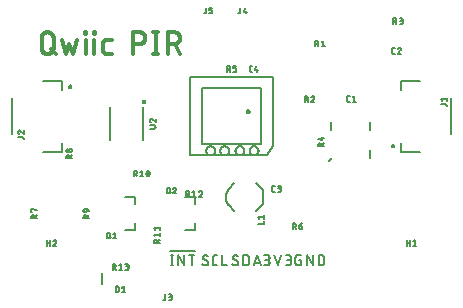
<source format=gbr>
G04 EAGLE Gerber RS-274X export*
G75*
%MOMM*%
%FSLAX34Y34*%
%LPD*%
%INSilkscreen Top*%
%IPPOS*%
%AMOC8*
5,1,8,0,0,1.08239X$1,22.5*%
G01*
%ADD10C,0.330200*%
%ADD11C,0.152400*%
%ADD12C,0.127000*%
%ADD13C,0.203200*%
%ADD14C,0.400000*%


D10*
X29591Y222702D02*
X29591Y230942D01*
X29593Y231084D01*
X29599Y231226D01*
X29609Y231367D01*
X29622Y231509D01*
X29640Y231650D01*
X29661Y231790D01*
X29687Y231930D01*
X29716Y232068D01*
X29749Y232206D01*
X29785Y232344D01*
X29826Y232480D01*
X29870Y232615D01*
X29918Y232748D01*
X29970Y232880D01*
X30025Y233011D01*
X30084Y233140D01*
X30146Y233268D01*
X30212Y233394D01*
X30281Y233518D01*
X30354Y233639D01*
X30430Y233759D01*
X30509Y233877D01*
X30592Y233993D01*
X30677Y234106D01*
X30766Y234217D01*
X30858Y234325D01*
X30952Y234431D01*
X31050Y234534D01*
X31150Y234634D01*
X31253Y234732D01*
X31359Y234826D01*
X31467Y234918D01*
X31578Y235007D01*
X31691Y235092D01*
X31807Y235175D01*
X31925Y235254D01*
X32045Y235330D01*
X32167Y235403D01*
X32290Y235472D01*
X32416Y235538D01*
X32544Y235600D01*
X32673Y235659D01*
X32804Y235714D01*
X32936Y235766D01*
X33069Y235814D01*
X33204Y235858D01*
X33340Y235899D01*
X33478Y235935D01*
X33616Y235968D01*
X33754Y235997D01*
X33894Y236023D01*
X34034Y236044D01*
X34175Y236062D01*
X34317Y236075D01*
X34458Y236085D01*
X34600Y236091D01*
X34742Y236093D01*
X34884Y236091D01*
X35026Y236085D01*
X35167Y236075D01*
X35309Y236062D01*
X35450Y236044D01*
X35590Y236023D01*
X35730Y235997D01*
X35868Y235968D01*
X36006Y235935D01*
X36144Y235899D01*
X36280Y235858D01*
X36415Y235814D01*
X36548Y235766D01*
X36680Y235714D01*
X36811Y235659D01*
X36940Y235600D01*
X37068Y235538D01*
X37194Y235472D01*
X37318Y235403D01*
X37439Y235330D01*
X37559Y235254D01*
X37677Y235175D01*
X37793Y235092D01*
X37906Y235007D01*
X38017Y234918D01*
X38125Y234826D01*
X38231Y234732D01*
X38334Y234634D01*
X38434Y234534D01*
X38532Y234431D01*
X38626Y234325D01*
X38718Y234217D01*
X38807Y234106D01*
X38892Y233993D01*
X38975Y233877D01*
X39054Y233759D01*
X39130Y233639D01*
X39203Y233518D01*
X39272Y233394D01*
X39338Y233268D01*
X39400Y233140D01*
X39459Y233011D01*
X39514Y232880D01*
X39566Y232748D01*
X39614Y232615D01*
X39658Y232480D01*
X39699Y232344D01*
X39735Y232206D01*
X39768Y232068D01*
X39797Y231930D01*
X39823Y231790D01*
X39844Y231650D01*
X39862Y231509D01*
X39875Y231367D01*
X39885Y231226D01*
X39891Y231084D01*
X39893Y230942D01*
X39892Y230942D02*
X39892Y222702D01*
X39893Y222702D02*
X39891Y222560D01*
X39885Y222418D01*
X39875Y222277D01*
X39862Y222135D01*
X39844Y221994D01*
X39823Y221854D01*
X39797Y221714D01*
X39768Y221576D01*
X39735Y221438D01*
X39699Y221300D01*
X39658Y221164D01*
X39614Y221029D01*
X39566Y220896D01*
X39514Y220764D01*
X39459Y220633D01*
X39400Y220504D01*
X39338Y220376D01*
X39272Y220250D01*
X39203Y220126D01*
X39130Y220005D01*
X39054Y219885D01*
X38975Y219767D01*
X38892Y219651D01*
X38807Y219538D01*
X38718Y219427D01*
X38626Y219319D01*
X38532Y219213D01*
X38434Y219110D01*
X38334Y219010D01*
X38231Y218912D01*
X38125Y218818D01*
X38017Y218726D01*
X37906Y218637D01*
X37793Y218552D01*
X37677Y218469D01*
X37559Y218390D01*
X37439Y218314D01*
X37317Y218241D01*
X37194Y218172D01*
X37068Y218106D01*
X36940Y218044D01*
X36811Y217985D01*
X36680Y217930D01*
X36548Y217878D01*
X36415Y217830D01*
X36280Y217786D01*
X36144Y217745D01*
X36006Y217709D01*
X35868Y217676D01*
X35730Y217647D01*
X35590Y217621D01*
X35450Y217600D01*
X35309Y217582D01*
X35167Y217569D01*
X35026Y217559D01*
X34884Y217553D01*
X34742Y217551D01*
X34600Y217553D01*
X34458Y217559D01*
X34317Y217569D01*
X34175Y217582D01*
X34034Y217600D01*
X33894Y217621D01*
X33754Y217647D01*
X33616Y217676D01*
X33478Y217709D01*
X33340Y217745D01*
X33204Y217786D01*
X33069Y217830D01*
X32936Y217878D01*
X32804Y217930D01*
X32673Y217985D01*
X32544Y218044D01*
X32416Y218106D01*
X32290Y218172D01*
X32166Y218241D01*
X32045Y218314D01*
X31925Y218390D01*
X31807Y218469D01*
X31691Y218552D01*
X31578Y218637D01*
X31467Y218726D01*
X31359Y218818D01*
X31253Y218912D01*
X31150Y219010D01*
X31050Y219110D01*
X30952Y219213D01*
X30858Y219319D01*
X30766Y219427D01*
X30677Y219538D01*
X30592Y219651D01*
X30509Y219767D01*
X30430Y219885D01*
X30354Y220005D01*
X30281Y220127D01*
X30212Y220250D01*
X30146Y220376D01*
X30084Y220504D01*
X30025Y220633D01*
X29970Y220764D01*
X29918Y220896D01*
X29870Y221029D01*
X29826Y221164D01*
X29785Y221300D01*
X29749Y221438D01*
X29716Y221576D01*
X29687Y221714D01*
X29661Y221854D01*
X29640Y221994D01*
X29622Y222135D01*
X29609Y222277D01*
X29599Y222418D01*
X29593Y222560D01*
X29591Y222702D01*
X37832Y221671D02*
X41952Y217551D01*
X50151Y217551D02*
X47060Y229912D01*
X53241Y225792D02*
X50151Y217551D01*
X56331Y217551D02*
X53241Y225792D01*
X59422Y229912D02*
X56331Y217551D01*
X66836Y217551D02*
X66836Y229912D01*
X66321Y235063D02*
X66321Y236093D01*
X67351Y236093D01*
X67351Y235063D01*
X66321Y235063D01*
X74251Y229912D02*
X74251Y217551D01*
X73736Y235063D02*
X73736Y236093D01*
X74766Y236093D01*
X74766Y235063D01*
X73736Y235063D01*
X84991Y217551D02*
X89111Y217551D01*
X84991Y217551D02*
X84881Y217553D01*
X84771Y217559D01*
X84661Y217569D01*
X84551Y217582D01*
X84442Y217600D01*
X84334Y217622D01*
X84227Y217647D01*
X84120Y217676D01*
X84015Y217709D01*
X83911Y217746D01*
X83809Y217786D01*
X83707Y217830D01*
X83608Y217878D01*
X83510Y217929D01*
X83414Y217984D01*
X83320Y218042D01*
X83229Y218103D01*
X83139Y218167D01*
X83052Y218235D01*
X82967Y218306D01*
X82885Y218379D01*
X82806Y218456D01*
X82729Y218535D01*
X82656Y218617D01*
X82585Y218702D01*
X82517Y218789D01*
X82453Y218879D01*
X82392Y218970D01*
X82334Y219064D01*
X82279Y219160D01*
X82228Y219258D01*
X82180Y219357D01*
X82136Y219459D01*
X82096Y219561D01*
X82059Y219665D01*
X82026Y219770D01*
X81997Y219877D01*
X81972Y219984D01*
X81950Y220092D01*
X81932Y220201D01*
X81919Y220311D01*
X81909Y220421D01*
X81903Y220531D01*
X81901Y220641D01*
X81900Y220641D02*
X81900Y226822D01*
X81901Y226822D02*
X81903Y226932D01*
X81909Y227042D01*
X81919Y227152D01*
X81932Y227262D01*
X81950Y227371D01*
X81972Y227479D01*
X81997Y227586D01*
X82026Y227693D01*
X82059Y227798D01*
X82096Y227902D01*
X82136Y228004D01*
X82180Y228106D01*
X82228Y228205D01*
X82279Y228303D01*
X82334Y228399D01*
X82392Y228493D01*
X82453Y228584D01*
X82517Y228674D01*
X82585Y228761D01*
X82656Y228846D01*
X82729Y228928D01*
X82806Y229007D01*
X82885Y229084D01*
X82967Y229157D01*
X83052Y229228D01*
X83139Y229296D01*
X83229Y229360D01*
X83320Y229421D01*
X83414Y229479D01*
X83510Y229534D01*
X83608Y229585D01*
X83707Y229633D01*
X83809Y229677D01*
X83911Y229717D01*
X84015Y229754D01*
X84120Y229787D01*
X84227Y229816D01*
X84334Y229841D01*
X84442Y229863D01*
X84551Y229881D01*
X84661Y229894D01*
X84771Y229904D01*
X84881Y229910D01*
X84991Y229912D01*
X89111Y229912D01*
X107113Y236093D02*
X107113Y217551D01*
X107113Y236093D02*
X112264Y236093D01*
X112406Y236091D01*
X112548Y236085D01*
X112689Y236075D01*
X112831Y236062D01*
X112972Y236044D01*
X113112Y236023D01*
X113252Y235997D01*
X113390Y235968D01*
X113528Y235935D01*
X113666Y235899D01*
X113802Y235858D01*
X113937Y235814D01*
X114070Y235766D01*
X114202Y235714D01*
X114333Y235659D01*
X114462Y235600D01*
X114590Y235538D01*
X114716Y235472D01*
X114840Y235403D01*
X114961Y235330D01*
X115081Y235254D01*
X115199Y235175D01*
X115315Y235092D01*
X115428Y235007D01*
X115539Y234918D01*
X115647Y234826D01*
X115753Y234732D01*
X115856Y234634D01*
X115956Y234534D01*
X116054Y234431D01*
X116148Y234325D01*
X116240Y234217D01*
X116329Y234106D01*
X116414Y233993D01*
X116497Y233877D01*
X116576Y233759D01*
X116652Y233639D01*
X116725Y233517D01*
X116794Y233394D01*
X116860Y233268D01*
X116922Y233140D01*
X116981Y233011D01*
X117036Y232880D01*
X117088Y232748D01*
X117136Y232615D01*
X117180Y232480D01*
X117221Y232344D01*
X117257Y232206D01*
X117290Y232068D01*
X117319Y231930D01*
X117345Y231790D01*
X117366Y231650D01*
X117384Y231509D01*
X117397Y231367D01*
X117407Y231226D01*
X117413Y231084D01*
X117415Y230942D01*
X117413Y230800D01*
X117407Y230658D01*
X117397Y230517D01*
X117384Y230375D01*
X117366Y230234D01*
X117345Y230094D01*
X117319Y229954D01*
X117290Y229816D01*
X117257Y229678D01*
X117221Y229540D01*
X117180Y229404D01*
X117136Y229269D01*
X117088Y229136D01*
X117036Y229004D01*
X116981Y228873D01*
X116922Y228744D01*
X116860Y228616D01*
X116794Y228490D01*
X116725Y228366D01*
X116652Y228245D01*
X116576Y228125D01*
X116497Y228007D01*
X116414Y227891D01*
X116329Y227778D01*
X116240Y227667D01*
X116148Y227559D01*
X116054Y227453D01*
X115956Y227350D01*
X115856Y227250D01*
X115753Y227152D01*
X115647Y227058D01*
X115539Y226966D01*
X115428Y226877D01*
X115315Y226792D01*
X115199Y226709D01*
X115081Y226630D01*
X114961Y226554D01*
X114839Y226481D01*
X114716Y226412D01*
X114590Y226346D01*
X114462Y226284D01*
X114333Y226225D01*
X114202Y226170D01*
X114070Y226118D01*
X113937Y226070D01*
X113802Y226026D01*
X113666Y225985D01*
X113528Y225949D01*
X113390Y225916D01*
X113252Y225887D01*
X113112Y225861D01*
X112972Y225840D01*
X112831Y225822D01*
X112689Y225809D01*
X112548Y225799D01*
X112406Y225793D01*
X112264Y225791D01*
X112264Y225792D02*
X107113Y225792D01*
X126158Y217551D02*
X126158Y236093D01*
X124098Y217551D02*
X128219Y217551D01*
X128219Y236093D02*
X124098Y236093D01*
X136594Y236093D02*
X136594Y217551D01*
X136594Y236093D02*
X141745Y236093D01*
X141887Y236091D01*
X142029Y236085D01*
X142170Y236075D01*
X142312Y236062D01*
X142453Y236044D01*
X142593Y236023D01*
X142733Y235997D01*
X142871Y235968D01*
X143009Y235935D01*
X143147Y235899D01*
X143283Y235858D01*
X143418Y235814D01*
X143551Y235766D01*
X143683Y235714D01*
X143814Y235659D01*
X143943Y235600D01*
X144071Y235538D01*
X144197Y235472D01*
X144321Y235403D01*
X144442Y235330D01*
X144562Y235254D01*
X144680Y235175D01*
X144796Y235092D01*
X144909Y235007D01*
X145020Y234918D01*
X145128Y234826D01*
X145234Y234732D01*
X145337Y234634D01*
X145437Y234534D01*
X145535Y234431D01*
X145629Y234325D01*
X145721Y234217D01*
X145810Y234106D01*
X145895Y233993D01*
X145978Y233877D01*
X146057Y233759D01*
X146133Y233639D01*
X146206Y233517D01*
X146275Y233394D01*
X146341Y233268D01*
X146403Y233140D01*
X146462Y233011D01*
X146517Y232880D01*
X146569Y232748D01*
X146617Y232615D01*
X146661Y232480D01*
X146702Y232344D01*
X146738Y232206D01*
X146771Y232068D01*
X146800Y231930D01*
X146826Y231790D01*
X146847Y231650D01*
X146865Y231509D01*
X146878Y231367D01*
X146888Y231226D01*
X146894Y231084D01*
X146896Y230942D01*
X146894Y230800D01*
X146888Y230658D01*
X146878Y230517D01*
X146865Y230375D01*
X146847Y230234D01*
X146826Y230094D01*
X146800Y229954D01*
X146771Y229816D01*
X146738Y229678D01*
X146702Y229540D01*
X146661Y229404D01*
X146617Y229269D01*
X146569Y229136D01*
X146517Y229004D01*
X146462Y228873D01*
X146403Y228744D01*
X146341Y228616D01*
X146275Y228490D01*
X146206Y228366D01*
X146133Y228245D01*
X146057Y228125D01*
X145978Y228007D01*
X145895Y227891D01*
X145810Y227778D01*
X145721Y227667D01*
X145629Y227559D01*
X145535Y227453D01*
X145437Y227350D01*
X145337Y227250D01*
X145234Y227152D01*
X145128Y227058D01*
X145020Y226966D01*
X144909Y226877D01*
X144796Y226792D01*
X144680Y226709D01*
X144562Y226630D01*
X144442Y226554D01*
X144320Y226481D01*
X144197Y226412D01*
X144071Y226346D01*
X143943Y226284D01*
X143814Y226225D01*
X143683Y226170D01*
X143551Y226118D01*
X143418Y226070D01*
X143283Y226026D01*
X143147Y225985D01*
X143009Y225949D01*
X142871Y225916D01*
X142733Y225887D01*
X142593Y225861D01*
X142453Y225840D01*
X142312Y225822D01*
X142170Y225809D01*
X142029Y225799D01*
X141887Y225793D01*
X141745Y225791D01*
X141745Y225792D02*
X136594Y225792D01*
X142775Y225792D02*
X146895Y217551D01*
D11*
X138430Y50546D02*
X159772Y50546D01*
X140152Y47498D02*
X140152Y38862D01*
X141111Y38862D02*
X139192Y38862D01*
X139192Y47498D02*
X141111Y47498D01*
X145373Y47498D02*
X145373Y38862D01*
X150170Y38862D02*
X145373Y47498D01*
X150170Y47498D02*
X150170Y38862D01*
X156611Y38862D02*
X156611Y47498D01*
X154212Y47498D02*
X159010Y47498D01*
X168741Y38862D02*
X168827Y38864D01*
X168913Y38870D01*
X168999Y38879D01*
X169084Y38893D01*
X169168Y38910D01*
X169252Y38931D01*
X169334Y38956D01*
X169415Y38984D01*
X169495Y39016D01*
X169574Y39052D01*
X169650Y39091D01*
X169725Y39134D01*
X169798Y39179D01*
X169869Y39229D01*
X169937Y39281D01*
X170004Y39336D01*
X170067Y39394D01*
X170128Y39455D01*
X170186Y39518D01*
X170241Y39585D01*
X170294Y39653D01*
X170343Y39724D01*
X170388Y39797D01*
X170431Y39872D01*
X170470Y39948D01*
X170506Y40027D01*
X170538Y40107D01*
X170566Y40188D01*
X170591Y40270D01*
X170612Y40354D01*
X170629Y40438D01*
X170643Y40523D01*
X170652Y40609D01*
X170658Y40695D01*
X170660Y40781D01*
X168741Y38862D02*
X168618Y38864D01*
X168495Y38869D01*
X168372Y38879D01*
X168250Y38892D01*
X168128Y38909D01*
X168006Y38929D01*
X167886Y38953D01*
X167766Y38981D01*
X167647Y39012D01*
X167529Y39047D01*
X167412Y39086D01*
X167296Y39128D01*
X167182Y39174D01*
X167069Y39223D01*
X166958Y39275D01*
X166848Y39331D01*
X166740Y39390D01*
X166634Y39453D01*
X166529Y39518D01*
X166427Y39587D01*
X166327Y39659D01*
X166230Y39734D01*
X166134Y39811D01*
X166041Y39892D01*
X165950Y39975D01*
X165862Y40061D01*
X166102Y45579D02*
X166104Y45665D01*
X166110Y45751D01*
X166119Y45837D01*
X166133Y45922D01*
X166150Y46006D01*
X166171Y46090D01*
X166196Y46172D01*
X166224Y46253D01*
X166256Y46333D01*
X166292Y46412D01*
X166331Y46488D01*
X166374Y46563D01*
X166419Y46636D01*
X166468Y46707D01*
X166521Y46775D01*
X166576Y46842D01*
X166634Y46905D01*
X166695Y46966D01*
X166758Y47024D01*
X166825Y47079D01*
X166893Y47132D01*
X166964Y47181D01*
X167037Y47226D01*
X167112Y47269D01*
X167188Y47308D01*
X167267Y47344D01*
X167347Y47376D01*
X167428Y47404D01*
X167510Y47429D01*
X167594Y47450D01*
X167678Y47467D01*
X167763Y47481D01*
X167849Y47490D01*
X167935Y47496D01*
X168021Y47498D01*
X168137Y47496D01*
X168252Y47491D01*
X168368Y47481D01*
X168483Y47468D01*
X168597Y47452D01*
X168711Y47431D01*
X168825Y47407D01*
X168937Y47379D01*
X169048Y47348D01*
X169159Y47313D01*
X169268Y47275D01*
X169376Y47233D01*
X169482Y47188D01*
X169588Y47139D01*
X169691Y47087D01*
X169793Y47032D01*
X169892Y46973D01*
X169990Y46911D01*
X170086Y46846D01*
X170180Y46778D01*
X167061Y43900D02*
X166987Y43946D01*
X166914Y43996D01*
X166844Y44049D01*
X166776Y44105D01*
X166711Y44164D01*
X166648Y44226D01*
X166589Y44291D01*
X166532Y44358D01*
X166478Y44428D01*
X166428Y44500D01*
X166381Y44574D01*
X166337Y44650D01*
X166297Y44729D01*
X166261Y44809D01*
X166228Y44890D01*
X166199Y44973D01*
X166173Y45058D01*
X166151Y45143D01*
X166134Y45229D01*
X166120Y45316D01*
X166110Y45403D01*
X166104Y45491D01*
X166102Y45579D01*
X169701Y42460D02*
X169775Y42414D01*
X169848Y42364D01*
X169918Y42311D01*
X169986Y42255D01*
X170051Y42196D01*
X170114Y42134D01*
X170173Y42069D01*
X170230Y42002D01*
X170284Y41932D01*
X170334Y41860D01*
X170381Y41786D01*
X170425Y41710D01*
X170465Y41631D01*
X170501Y41551D01*
X170534Y41470D01*
X170563Y41387D01*
X170589Y41302D01*
X170611Y41217D01*
X170628Y41131D01*
X170642Y41044D01*
X170652Y40957D01*
X170658Y40869D01*
X170660Y40781D01*
X169700Y42460D02*
X167061Y43900D01*
X176582Y38862D02*
X178501Y38862D01*
X176582Y38862D02*
X176496Y38864D01*
X176410Y38870D01*
X176324Y38879D01*
X176239Y38893D01*
X176155Y38910D01*
X176071Y38931D01*
X175989Y38956D01*
X175908Y38984D01*
X175828Y39016D01*
X175749Y39052D01*
X175673Y39091D01*
X175598Y39134D01*
X175525Y39179D01*
X175454Y39228D01*
X175386Y39281D01*
X175319Y39336D01*
X175256Y39394D01*
X175195Y39455D01*
X175137Y39518D01*
X175082Y39585D01*
X175029Y39653D01*
X174980Y39724D01*
X174935Y39797D01*
X174892Y39872D01*
X174853Y39948D01*
X174817Y40027D01*
X174785Y40107D01*
X174757Y40188D01*
X174732Y40270D01*
X174711Y40354D01*
X174694Y40438D01*
X174680Y40523D01*
X174671Y40609D01*
X174665Y40695D01*
X174663Y40781D01*
X174663Y45579D01*
X174665Y45665D01*
X174671Y45751D01*
X174680Y45837D01*
X174694Y45922D01*
X174711Y46006D01*
X174732Y46090D01*
X174757Y46172D01*
X174785Y46253D01*
X174817Y46333D01*
X174853Y46412D01*
X174892Y46488D01*
X174935Y46563D01*
X174980Y46636D01*
X175029Y46707D01*
X175082Y46775D01*
X175137Y46842D01*
X175195Y46905D01*
X175256Y46966D01*
X175319Y47024D01*
X175386Y47079D01*
X175454Y47131D01*
X175525Y47181D01*
X175598Y47226D01*
X175673Y47269D01*
X175749Y47308D01*
X175828Y47344D01*
X175908Y47376D01*
X175989Y47404D01*
X176071Y47429D01*
X176155Y47450D01*
X176239Y47467D01*
X176324Y47481D01*
X176410Y47490D01*
X176496Y47496D01*
X176582Y47498D01*
X178501Y47498D01*
X182652Y47498D02*
X182652Y38862D01*
X186490Y38862D01*
X194141Y38862D02*
X194227Y38864D01*
X194313Y38870D01*
X194399Y38879D01*
X194484Y38893D01*
X194568Y38910D01*
X194652Y38931D01*
X194734Y38956D01*
X194815Y38984D01*
X194895Y39016D01*
X194974Y39052D01*
X195050Y39091D01*
X195125Y39134D01*
X195198Y39179D01*
X195269Y39229D01*
X195337Y39281D01*
X195404Y39336D01*
X195467Y39394D01*
X195528Y39455D01*
X195586Y39518D01*
X195641Y39585D01*
X195694Y39653D01*
X195743Y39724D01*
X195788Y39797D01*
X195831Y39872D01*
X195870Y39948D01*
X195906Y40027D01*
X195938Y40107D01*
X195966Y40188D01*
X195991Y40270D01*
X196012Y40354D01*
X196029Y40438D01*
X196043Y40523D01*
X196052Y40609D01*
X196058Y40695D01*
X196060Y40781D01*
X194141Y38862D02*
X194018Y38864D01*
X193895Y38869D01*
X193772Y38879D01*
X193650Y38892D01*
X193528Y38909D01*
X193406Y38929D01*
X193286Y38953D01*
X193166Y38981D01*
X193047Y39012D01*
X192929Y39047D01*
X192812Y39086D01*
X192696Y39128D01*
X192582Y39174D01*
X192469Y39223D01*
X192358Y39275D01*
X192248Y39331D01*
X192140Y39390D01*
X192034Y39453D01*
X191929Y39518D01*
X191827Y39587D01*
X191727Y39659D01*
X191630Y39734D01*
X191534Y39811D01*
X191441Y39892D01*
X191350Y39975D01*
X191262Y40061D01*
X191502Y45579D02*
X191504Y45665D01*
X191510Y45751D01*
X191519Y45837D01*
X191533Y45922D01*
X191550Y46006D01*
X191571Y46090D01*
X191596Y46172D01*
X191624Y46253D01*
X191656Y46333D01*
X191692Y46412D01*
X191731Y46488D01*
X191774Y46563D01*
X191819Y46636D01*
X191868Y46707D01*
X191921Y46775D01*
X191976Y46842D01*
X192034Y46905D01*
X192095Y46966D01*
X192158Y47024D01*
X192225Y47079D01*
X192293Y47132D01*
X192364Y47181D01*
X192437Y47226D01*
X192512Y47269D01*
X192588Y47308D01*
X192667Y47344D01*
X192747Y47376D01*
X192828Y47404D01*
X192910Y47429D01*
X192994Y47450D01*
X193078Y47467D01*
X193163Y47481D01*
X193249Y47490D01*
X193335Y47496D01*
X193421Y47498D01*
X193537Y47496D01*
X193652Y47491D01*
X193768Y47481D01*
X193883Y47468D01*
X193997Y47452D01*
X194111Y47431D01*
X194225Y47407D01*
X194337Y47379D01*
X194448Y47348D01*
X194559Y47313D01*
X194668Y47275D01*
X194776Y47233D01*
X194882Y47188D01*
X194988Y47139D01*
X195091Y47087D01*
X195193Y47032D01*
X195292Y46973D01*
X195390Y46911D01*
X195486Y46846D01*
X195580Y46778D01*
X192461Y43900D02*
X192387Y43946D01*
X192314Y43996D01*
X192244Y44049D01*
X192176Y44105D01*
X192111Y44164D01*
X192048Y44226D01*
X191989Y44291D01*
X191932Y44358D01*
X191878Y44428D01*
X191828Y44500D01*
X191781Y44574D01*
X191737Y44650D01*
X191697Y44729D01*
X191661Y44809D01*
X191628Y44890D01*
X191599Y44973D01*
X191573Y45058D01*
X191551Y45143D01*
X191534Y45229D01*
X191520Y45316D01*
X191510Y45403D01*
X191504Y45491D01*
X191502Y45579D01*
X195101Y42460D02*
X195175Y42414D01*
X195248Y42364D01*
X195318Y42311D01*
X195386Y42255D01*
X195451Y42196D01*
X195514Y42134D01*
X195573Y42069D01*
X195630Y42002D01*
X195684Y41932D01*
X195734Y41860D01*
X195781Y41786D01*
X195825Y41710D01*
X195865Y41631D01*
X195901Y41551D01*
X195934Y41470D01*
X195963Y41387D01*
X195989Y41302D01*
X196011Y41217D01*
X196028Y41131D01*
X196042Y41044D01*
X196052Y40957D01*
X196058Y40869D01*
X196060Y40781D01*
X195100Y42460D02*
X192461Y43900D01*
X200406Y47498D02*
X200406Y38862D01*
X200406Y47498D02*
X202805Y47498D01*
X202902Y47496D01*
X202998Y47490D01*
X203094Y47481D01*
X203190Y47467D01*
X203285Y47450D01*
X203379Y47428D01*
X203472Y47403D01*
X203565Y47375D01*
X203656Y47342D01*
X203745Y47306D01*
X203833Y47266D01*
X203920Y47223D01*
X204005Y47177D01*
X204087Y47127D01*
X204168Y47073D01*
X204246Y47017D01*
X204322Y46957D01*
X204396Y46895D01*
X204467Y46829D01*
X204535Y46761D01*
X204601Y46690D01*
X204663Y46616D01*
X204723Y46540D01*
X204779Y46462D01*
X204833Y46381D01*
X204883Y46299D01*
X204929Y46214D01*
X204972Y46127D01*
X205012Y46039D01*
X205048Y45950D01*
X205081Y45859D01*
X205109Y45766D01*
X205134Y45673D01*
X205156Y45579D01*
X205173Y45484D01*
X205187Y45388D01*
X205196Y45292D01*
X205202Y45196D01*
X205204Y45099D01*
X205204Y41261D01*
X205202Y41164D01*
X205196Y41068D01*
X205187Y40972D01*
X205173Y40876D01*
X205156Y40781D01*
X205134Y40687D01*
X205109Y40594D01*
X205081Y40501D01*
X205048Y40410D01*
X205012Y40321D01*
X204972Y40233D01*
X204929Y40146D01*
X204883Y40061D01*
X204833Y39979D01*
X204779Y39898D01*
X204723Y39820D01*
X204663Y39744D01*
X204601Y39670D01*
X204535Y39599D01*
X204467Y39531D01*
X204396Y39465D01*
X204322Y39403D01*
X204246Y39343D01*
X204168Y39287D01*
X204087Y39233D01*
X204005Y39183D01*
X203920Y39137D01*
X203833Y39094D01*
X203745Y39054D01*
X203656Y39018D01*
X203565Y38985D01*
X203472Y38957D01*
X203379Y38932D01*
X203285Y38910D01*
X203190Y38893D01*
X203094Y38879D01*
X202998Y38870D01*
X202902Y38864D01*
X202805Y38862D01*
X200406Y38862D01*
X209375Y38862D02*
X212254Y47498D01*
X215132Y38862D01*
X214413Y41021D02*
X210095Y41021D01*
X217932Y38862D02*
X220331Y38862D01*
X220428Y38864D01*
X220524Y38870D01*
X220620Y38879D01*
X220716Y38893D01*
X220811Y38910D01*
X220905Y38932D01*
X220998Y38957D01*
X221091Y38985D01*
X221182Y39018D01*
X221271Y39054D01*
X221359Y39094D01*
X221446Y39137D01*
X221531Y39183D01*
X221613Y39233D01*
X221694Y39287D01*
X221772Y39343D01*
X221848Y39403D01*
X221922Y39465D01*
X221993Y39531D01*
X222061Y39599D01*
X222127Y39670D01*
X222189Y39744D01*
X222249Y39820D01*
X222305Y39898D01*
X222359Y39979D01*
X222409Y40061D01*
X222455Y40146D01*
X222498Y40233D01*
X222538Y40321D01*
X222574Y40410D01*
X222607Y40501D01*
X222635Y40594D01*
X222660Y40687D01*
X222682Y40781D01*
X222699Y40876D01*
X222713Y40972D01*
X222722Y41068D01*
X222728Y41164D01*
X222730Y41261D01*
X222728Y41358D01*
X222722Y41454D01*
X222713Y41550D01*
X222699Y41646D01*
X222682Y41741D01*
X222660Y41835D01*
X222635Y41928D01*
X222607Y42021D01*
X222574Y42112D01*
X222538Y42201D01*
X222498Y42289D01*
X222455Y42376D01*
X222409Y42460D01*
X222359Y42543D01*
X222305Y42624D01*
X222249Y42702D01*
X222189Y42778D01*
X222127Y42852D01*
X222061Y42923D01*
X221993Y42991D01*
X221922Y43057D01*
X221848Y43119D01*
X221772Y43179D01*
X221694Y43235D01*
X221613Y43289D01*
X221531Y43339D01*
X221446Y43385D01*
X221359Y43428D01*
X221271Y43468D01*
X221182Y43504D01*
X221091Y43537D01*
X220998Y43565D01*
X220905Y43590D01*
X220811Y43612D01*
X220716Y43629D01*
X220620Y43643D01*
X220524Y43652D01*
X220428Y43658D01*
X220331Y43660D01*
X220811Y47498D02*
X217932Y47498D01*
X220811Y47498D02*
X220897Y47496D01*
X220983Y47490D01*
X221069Y47481D01*
X221154Y47467D01*
X221238Y47450D01*
X221322Y47429D01*
X221404Y47404D01*
X221485Y47376D01*
X221565Y47344D01*
X221644Y47308D01*
X221720Y47269D01*
X221795Y47226D01*
X221868Y47181D01*
X221939Y47132D01*
X222007Y47079D01*
X222074Y47024D01*
X222137Y46966D01*
X222198Y46905D01*
X222256Y46842D01*
X222311Y46775D01*
X222364Y46707D01*
X222413Y46636D01*
X222458Y46563D01*
X222501Y46488D01*
X222540Y46412D01*
X222576Y46333D01*
X222608Y46253D01*
X222636Y46172D01*
X222661Y46090D01*
X222682Y46006D01*
X222699Y45922D01*
X222713Y45837D01*
X222722Y45751D01*
X222728Y45665D01*
X222730Y45579D01*
X222728Y45493D01*
X222722Y45407D01*
X222713Y45321D01*
X222699Y45236D01*
X222682Y45152D01*
X222661Y45068D01*
X222636Y44986D01*
X222608Y44905D01*
X222576Y44825D01*
X222540Y44746D01*
X222501Y44670D01*
X222458Y44595D01*
X222413Y44522D01*
X222364Y44451D01*
X222311Y44383D01*
X222256Y44316D01*
X222198Y44253D01*
X222137Y44192D01*
X222074Y44134D01*
X222007Y44079D01*
X221939Y44026D01*
X221868Y43977D01*
X221795Y43932D01*
X221720Y43889D01*
X221644Y43850D01*
X221565Y43814D01*
X221485Y43782D01*
X221404Y43754D01*
X221322Y43729D01*
X221238Y43708D01*
X221154Y43691D01*
X221069Y43677D01*
X220983Y43668D01*
X220897Y43662D01*
X220811Y43660D01*
X218892Y43660D01*
X226596Y47498D02*
X229475Y38862D01*
X232354Y47498D01*
X236220Y38862D02*
X238619Y38862D01*
X238716Y38864D01*
X238812Y38870D01*
X238908Y38879D01*
X239004Y38893D01*
X239099Y38910D01*
X239193Y38932D01*
X239286Y38957D01*
X239379Y38985D01*
X239470Y39018D01*
X239559Y39054D01*
X239647Y39094D01*
X239734Y39137D01*
X239819Y39183D01*
X239901Y39233D01*
X239982Y39287D01*
X240060Y39343D01*
X240136Y39403D01*
X240210Y39465D01*
X240281Y39531D01*
X240349Y39599D01*
X240415Y39670D01*
X240477Y39744D01*
X240537Y39820D01*
X240593Y39898D01*
X240647Y39979D01*
X240697Y40061D01*
X240743Y40146D01*
X240786Y40233D01*
X240826Y40321D01*
X240862Y40410D01*
X240895Y40501D01*
X240923Y40594D01*
X240948Y40687D01*
X240970Y40781D01*
X240987Y40876D01*
X241001Y40972D01*
X241010Y41068D01*
X241016Y41164D01*
X241018Y41261D01*
X241016Y41358D01*
X241010Y41454D01*
X241001Y41550D01*
X240987Y41646D01*
X240970Y41741D01*
X240948Y41835D01*
X240923Y41928D01*
X240895Y42021D01*
X240862Y42112D01*
X240826Y42201D01*
X240786Y42289D01*
X240743Y42376D01*
X240697Y42460D01*
X240647Y42543D01*
X240593Y42624D01*
X240537Y42702D01*
X240477Y42778D01*
X240415Y42852D01*
X240349Y42923D01*
X240281Y42991D01*
X240210Y43057D01*
X240136Y43119D01*
X240060Y43179D01*
X239982Y43235D01*
X239901Y43289D01*
X239819Y43339D01*
X239734Y43385D01*
X239647Y43428D01*
X239559Y43468D01*
X239470Y43504D01*
X239379Y43537D01*
X239286Y43565D01*
X239193Y43590D01*
X239099Y43612D01*
X239004Y43629D01*
X238908Y43643D01*
X238812Y43652D01*
X238716Y43658D01*
X238619Y43660D01*
X239099Y47498D02*
X236220Y47498D01*
X239099Y47498D02*
X239185Y47496D01*
X239271Y47490D01*
X239357Y47481D01*
X239442Y47467D01*
X239526Y47450D01*
X239610Y47429D01*
X239692Y47404D01*
X239773Y47376D01*
X239853Y47344D01*
X239932Y47308D01*
X240008Y47269D01*
X240083Y47226D01*
X240156Y47181D01*
X240227Y47132D01*
X240295Y47079D01*
X240362Y47024D01*
X240425Y46966D01*
X240486Y46905D01*
X240544Y46842D01*
X240599Y46775D01*
X240652Y46707D01*
X240701Y46636D01*
X240746Y46563D01*
X240789Y46488D01*
X240828Y46412D01*
X240864Y46333D01*
X240896Y46253D01*
X240924Y46172D01*
X240949Y46090D01*
X240970Y46006D01*
X240987Y45922D01*
X241001Y45837D01*
X241010Y45751D01*
X241016Y45665D01*
X241018Y45579D01*
X241016Y45493D01*
X241010Y45407D01*
X241001Y45321D01*
X240987Y45236D01*
X240970Y45152D01*
X240949Y45068D01*
X240924Y44986D01*
X240896Y44905D01*
X240864Y44825D01*
X240828Y44746D01*
X240789Y44670D01*
X240746Y44595D01*
X240701Y44522D01*
X240652Y44451D01*
X240599Y44383D01*
X240544Y44316D01*
X240486Y44253D01*
X240425Y44192D01*
X240362Y44134D01*
X240295Y44079D01*
X240227Y44026D01*
X240156Y43977D01*
X240083Y43932D01*
X240008Y43889D01*
X239932Y43850D01*
X239853Y43814D01*
X239773Y43782D01*
X239692Y43754D01*
X239610Y43729D01*
X239526Y43708D01*
X239442Y43691D01*
X239357Y43677D01*
X239271Y43668D01*
X239185Y43662D01*
X239099Y43660D01*
X237179Y43660D01*
X247960Y43660D02*
X249400Y43660D01*
X249400Y38862D01*
X246521Y38862D01*
X246435Y38864D01*
X246349Y38870D01*
X246263Y38879D01*
X246178Y38893D01*
X246094Y38910D01*
X246010Y38931D01*
X245928Y38956D01*
X245847Y38984D01*
X245767Y39016D01*
X245688Y39052D01*
X245612Y39091D01*
X245537Y39134D01*
X245464Y39179D01*
X245393Y39228D01*
X245325Y39281D01*
X245258Y39336D01*
X245195Y39394D01*
X245134Y39455D01*
X245076Y39518D01*
X245021Y39585D01*
X244968Y39653D01*
X244919Y39724D01*
X244874Y39797D01*
X244831Y39872D01*
X244792Y39948D01*
X244756Y40027D01*
X244724Y40107D01*
X244696Y40188D01*
X244671Y40270D01*
X244650Y40354D01*
X244633Y40438D01*
X244619Y40523D01*
X244610Y40609D01*
X244604Y40695D01*
X244602Y40781D01*
X244602Y45579D01*
X244604Y45665D01*
X244610Y45751D01*
X244619Y45837D01*
X244633Y45922D01*
X244650Y46006D01*
X244671Y46090D01*
X244696Y46172D01*
X244724Y46253D01*
X244756Y46333D01*
X244792Y46412D01*
X244831Y46488D01*
X244874Y46563D01*
X244919Y46636D01*
X244968Y46707D01*
X245021Y46775D01*
X245076Y46842D01*
X245134Y46905D01*
X245195Y46966D01*
X245258Y47024D01*
X245325Y47079D01*
X245393Y47131D01*
X245464Y47181D01*
X245537Y47226D01*
X245612Y47269D01*
X245688Y47308D01*
X245767Y47344D01*
X245847Y47376D01*
X245928Y47404D01*
X246010Y47429D01*
X246094Y47450D01*
X246178Y47467D01*
X246263Y47481D01*
X246349Y47490D01*
X246435Y47496D01*
X246521Y47498D01*
X249400Y47498D01*
X254356Y47498D02*
X254356Y38862D01*
X259153Y38862D02*
X254356Y47498D01*
X259153Y47498D02*
X259153Y38862D01*
X264109Y38862D02*
X264109Y47498D01*
X266508Y47498D01*
X266605Y47496D01*
X266701Y47490D01*
X266797Y47481D01*
X266893Y47467D01*
X266988Y47450D01*
X267082Y47428D01*
X267175Y47403D01*
X267268Y47375D01*
X267359Y47342D01*
X267448Y47306D01*
X267536Y47266D01*
X267623Y47223D01*
X267708Y47177D01*
X267790Y47127D01*
X267871Y47073D01*
X267949Y47017D01*
X268025Y46957D01*
X268099Y46895D01*
X268170Y46829D01*
X268238Y46761D01*
X268304Y46690D01*
X268366Y46616D01*
X268426Y46540D01*
X268482Y46462D01*
X268536Y46381D01*
X268586Y46299D01*
X268632Y46214D01*
X268675Y46127D01*
X268715Y46039D01*
X268751Y45950D01*
X268784Y45859D01*
X268812Y45766D01*
X268837Y45673D01*
X268859Y45579D01*
X268876Y45484D01*
X268890Y45388D01*
X268899Y45292D01*
X268905Y45196D01*
X268907Y45099D01*
X268907Y41261D01*
X268905Y41164D01*
X268899Y41068D01*
X268890Y40972D01*
X268876Y40876D01*
X268859Y40781D01*
X268837Y40687D01*
X268812Y40594D01*
X268784Y40501D01*
X268751Y40410D01*
X268715Y40321D01*
X268675Y40233D01*
X268632Y40146D01*
X268586Y40061D01*
X268536Y39979D01*
X268482Y39898D01*
X268426Y39820D01*
X268366Y39744D01*
X268304Y39670D01*
X268238Y39599D01*
X268170Y39531D01*
X268099Y39465D01*
X268025Y39403D01*
X267949Y39343D01*
X267871Y39287D01*
X267790Y39233D01*
X267708Y39183D01*
X267623Y39137D01*
X267536Y39094D01*
X267448Y39054D01*
X267359Y39018D01*
X267268Y38985D01*
X267175Y38957D01*
X267082Y38932D01*
X266988Y38910D01*
X266893Y38893D01*
X266797Y38879D01*
X266701Y38870D01*
X266605Y38864D01*
X266508Y38862D01*
X264109Y38862D01*
D12*
X289532Y177419D02*
X290604Y177419D01*
X289532Y177419D02*
X289467Y177421D01*
X289403Y177427D01*
X289339Y177437D01*
X289275Y177450D01*
X289213Y177468D01*
X289152Y177489D01*
X289092Y177513D01*
X289034Y177542D01*
X288977Y177574D01*
X288923Y177609D01*
X288871Y177647D01*
X288821Y177689D01*
X288774Y177733D01*
X288730Y177780D01*
X288688Y177830D01*
X288650Y177882D01*
X288615Y177936D01*
X288583Y177993D01*
X288554Y178051D01*
X288530Y178111D01*
X288509Y178172D01*
X288491Y178234D01*
X288478Y178298D01*
X288468Y178362D01*
X288462Y178426D01*
X288460Y178491D01*
X288459Y178491D02*
X288459Y181173D01*
X288460Y181173D02*
X288462Y181238D01*
X288468Y181302D01*
X288478Y181366D01*
X288491Y181430D01*
X288509Y181492D01*
X288530Y181553D01*
X288554Y181613D01*
X288583Y181671D01*
X288615Y181728D01*
X288650Y181782D01*
X288688Y181834D01*
X288730Y181884D01*
X288774Y181931D01*
X288821Y181975D01*
X288871Y182017D01*
X288923Y182055D01*
X288977Y182090D01*
X289034Y182122D01*
X289092Y182151D01*
X289152Y182175D01*
X289213Y182196D01*
X289275Y182214D01*
X289339Y182227D01*
X289403Y182237D01*
X289467Y182243D01*
X289532Y182245D01*
X290604Y182245D01*
X293060Y181173D02*
X294400Y182245D01*
X294400Y177419D01*
X293060Y177419D02*
X295741Y177419D01*
X327632Y218059D02*
X328704Y218059D01*
X327632Y218059D02*
X327567Y218061D01*
X327503Y218067D01*
X327439Y218077D01*
X327375Y218090D01*
X327313Y218108D01*
X327252Y218129D01*
X327192Y218153D01*
X327134Y218182D01*
X327077Y218214D01*
X327023Y218249D01*
X326971Y218287D01*
X326921Y218329D01*
X326874Y218373D01*
X326830Y218420D01*
X326788Y218470D01*
X326750Y218522D01*
X326715Y218576D01*
X326683Y218633D01*
X326654Y218691D01*
X326630Y218751D01*
X326609Y218812D01*
X326591Y218874D01*
X326578Y218938D01*
X326568Y219002D01*
X326562Y219066D01*
X326560Y219131D01*
X326559Y219131D02*
X326559Y221813D01*
X326560Y221813D02*
X326562Y221878D01*
X326568Y221942D01*
X326578Y222006D01*
X326591Y222070D01*
X326609Y222132D01*
X326630Y222193D01*
X326654Y222253D01*
X326683Y222311D01*
X326715Y222368D01*
X326750Y222422D01*
X326788Y222474D01*
X326830Y222524D01*
X326874Y222571D01*
X326921Y222615D01*
X326971Y222657D01*
X327023Y222695D01*
X327077Y222730D01*
X327134Y222762D01*
X327192Y222791D01*
X327252Y222815D01*
X327313Y222836D01*
X327375Y222854D01*
X327439Y222867D01*
X327503Y222877D01*
X327567Y222883D01*
X327632Y222885D01*
X328704Y222885D01*
X332634Y222885D02*
X332702Y222883D01*
X332769Y222877D01*
X332836Y222868D01*
X332903Y222855D01*
X332968Y222838D01*
X333033Y222817D01*
X333096Y222793D01*
X333158Y222765D01*
X333218Y222734D01*
X333276Y222700D01*
X333332Y222662D01*
X333387Y222622D01*
X333438Y222578D01*
X333487Y222531D01*
X333534Y222482D01*
X333578Y222431D01*
X333618Y222376D01*
X333656Y222320D01*
X333690Y222262D01*
X333721Y222202D01*
X333749Y222140D01*
X333773Y222077D01*
X333794Y222012D01*
X333811Y221947D01*
X333824Y221880D01*
X333833Y221813D01*
X333839Y221746D01*
X333841Y221678D01*
X332634Y222885D02*
X332556Y222883D01*
X332478Y222877D01*
X332401Y222867D01*
X332324Y222854D01*
X332248Y222836D01*
X332173Y222815D01*
X332099Y222790D01*
X332027Y222761D01*
X331956Y222729D01*
X331887Y222693D01*
X331819Y222654D01*
X331754Y222611D01*
X331691Y222565D01*
X331630Y222516D01*
X331572Y222464D01*
X331517Y222409D01*
X331464Y222352D01*
X331415Y222292D01*
X331368Y222229D01*
X331325Y222165D01*
X331285Y222098D01*
X331248Y222029D01*
X331215Y221958D01*
X331185Y221886D01*
X331159Y221813D01*
X333439Y220740D02*
X333488Y220789D01*
X333535Y220841D01*
X333578Y220896D01*
X333619Y220953D01*
X333657Y221012D01*
X333691Y221073D01*
X333722Y221136D01*
X333750Y221200D01*
X333774Y221266D01*
X333794Y221332D01*
X333811Y221400D01*
X333824Y221469D01*
X333833Y221538D01*
X333839Y221608D01*
X333841Y221678D01*
X333439Y220740D02*
X331160Y218059D01*
X333841Y218059D01*
X227104Y101219D02*
X226032Y101219D01*
X225967Y101221D01*
X225903Y101227D01*
X225839Y101237D01*
X225775Y101250D01*
X225713Y101268D01*
X225652Y101289D01*
X225592Y101313D01*
X225534Y101342D01*
X225477Y101374D01*
X225423Y101409D01*
X225371Y101447D01*
X225321Y101489D01*
X225274Y101533D01*
X225230Y101580D01*
X225188Y101630D01*
X225150Y101682D01*
X225115Y101736D01*
X225083Y101793D01*
X225054Y101851D01*
X225030Y101911D01*
X225009Y101972D01*
X224991Y102034D01*
X224978Y102098D01*
X224968Y102162D01*
X224962Y102226D01*
X224960Y102291D01*
X224959Y102291D02*
X224959Y104973D01*
X224960Y104973D02*
X224962Y105038D01*
X224968Y105102D01*
X224978Y105166D01*
X224991Y105230D01*
X225009Y105292D01*
X225030Y105353D01*
X225054Y105413D01*
X225083Y105471D01*
X225115Y105528D01*
X225150Y105582D01*
X225188Y105634D01*
X225230Y105684D01*
X225274Y105731D01*
X225321Y105775D01*
X225371Y105817D01*
X225423Y105855D01*
X225477Y105890D01*
X225534Y105922D01*
X225592Y105951D01*
X225652Y105975D01*
X225713Y105996D01*
X225775Y106014D01*
X225839Y106027D01*
X225903Y106037D01*
X225967Y106043D01*
X226032Y106045D01*
X227104Y106045D01*
X229560Y101219D02*
X230900Y101219D01*
X230971Y101221D01*
X231043Y101227D01*
X231113Y101236D01*
X231183Y101249D01*
X231253Y101266D01*
X231321Y101287D01*
X231388Y101311D01*
X231454Y101339D01*
X231518Y101370D01*
X231581Y101405D01*
X231641Y101443D01*
X231700Y101484D01*
X231756Y101528D01*
X231810Y101575D01*
X231861Y101624D01*
X231909Y101677D01*
X231955Y101732D01*
X231997Y101789D01*
X232037Y101849D01*
X232073Y101910D01*
X232106Y101974D01*
X232135Y102039D01*
X232161Y102105D01*
X232184Y102173D01*
X232203Y102242D01*
X232218Y102312D01*
X232229Y102382D01*
X232237Y102453D01*
X232241Y102524D01*
X232241Y102596D01*
X232237Y102667D01*
X232229Y102738D01*
X232218Y102808D01*
X232203Y102878D01*
X232184Y102947D01*
X232161Y103015D01*
X232135Y103081D01*
X232106Y103146D01*
X232073Y103210D01*
X232037Y103271D01*
X231997Y103331D01*
X231955Y103388D01*
X231909Y103443D01*
X231861Y103496D01*
X231810Y103545D01*
X231756Y103592D01*
X231700Y103636D01*
X231641Y103677D01*
X231581Y103715D01*
X231518Y103750D01*
X231454Y103781D01*
X231388Y103809D01*
X231321Y103833D01*
X231253Y103854D01*
X231183Y103871D01*
X231113Y103884D01*
X231043Y103893D01*
X230971Y103899D01*
X230900Y103901D01*
X231168Y106045D02*
X229560Y106045D01*
X231168Y106045D02*
X231233Y106043D01*
X231297Y106037D01*
X231361Y106027D01*
X231425Y106014D01*
X231487Y105996D01*
X231548Y105975D01*
X231608Y105951D01*
X231666Y105922D01*
X231723Y105890D01*
X231777Y105855D01*
X231829Y105817D01*
X231879Y105775D01*
X231926Y105731D01*
X231970Y105684D01*
X232012Y105634D01*
X232050Y105582D01*
X232085Y105528D01*
X232117Y105471D01*
X232146Y105413D01*
X232170Y105353D01*
X232191Y105292D01*
X232209Y105230D01*
X232222Y105166D01*
X232232Y105102D01*
X232238Y105038D01*
X232240Y104973D01*
X232238Y104908D01*
X232232Y104844D01*
X232222Y104780D01*
X232209Y104716D01*
X232191Y104654D01*
X232170Y104593D01*
X232146Y104533D01*
X232117Y104475D01*
X232085Y104418D01*
X232050Y104364D01*
X232012Y104312D01*
X231970Y104262D01*
X231926Y104215D01*
X231879Y104171D01*
X231829Y104129D01*
X231777Y104091D01*
X231723Y104056D01*
X231666Y104024D01*
X231608Y103995D01*
X231548Y103971D01*
X231487Y103950D01*
X231425Y103932D01*
X231361Y103919D01*
X231297Y103909D01*
X231233Y103903D01*
X231168Y103901D01*
X231168Y103900D02*
X230096Y103900D01*
X208054Y202819D02*
X206982Y202819D01*
X206917Y202821D01*
X206853Y202827D01*
X206789Y202837D01*
X206725Y202850D01*
X206663Y202868D01*
X206602Y202889D01*
X206542Y202913D01*
X206484Y202942D01*
X206427Y202974D01*
X206373Y203009D01*
X206321Y203047D01*
X206271Y203089D01*
X206224Y203133D01*
X206180Y203180D01*
X206138Y203230D01*
X206100Y203282D01*
X206065Y203336D01*
X206033Y203393D01*
X206004Y203451D01*
X205980Y203511D01*
X205959Y203572D01*
X205941Y203634D01*
X205928Y203698D01*
X205918Y203762D01*
X205912Y203826D01*
X205910Y203891D01*
X205909Y203891D02*
X205909Y206573D01*
X205910Y206573D02*
X205912Y206638D01*
X205918Y206702D01*
X205928Y206766D01*
X205941Y206830D01*
X205959Y206892D01*
X205980Y206953D01*
X206004Y207013D01*
X206033Y207071D01*
X206065Y207128D01*
X206100Y207182D01*
X206138Y207234D01*
X206180Y207284D01*
X206224Y207331D01*
X206271Y207375D01*
X206321Y207417D01*
X206373Y207455D01*
X206427Y207490D01*
X206484Y207522D01*
X206542Y207551D01*
X206602Y207575D01*
X206663Y207596D01*
X206725Y207614D01*
X206789Y207627D01*
X206853Y207637D01*
X206917Y207643D01*
X206982Y207645D01*
X208054Y207645D01*
X211582Y207645D02*
X210510Y203891D01*
X213191Y203891D01*
X212387Y204964D02*
X212387Y202819D01*
X338725Y60071D02*
X338725Y55245D01*
X338725Y57926D02*
X341406Y57926D01*
X341406Y60071D02*
X341406Y55245D01*
X344394Y58999D02*
X345735Y60071D01*
X345735Y55245D01*
X347075Y55245D02*
X344394Y55245D01*
X33925Y55245D02*
X33925Y60071D01*
X33925Y57926D02*
X36606Y57926D01*
X36606Y60071D02*
X36606Y55245D01*
X41069Y60071D02*
X41137Y60069D01*
X41204Y60063D01*
X41271Y60054D01*
X41338Y60041D01*
X41403Y60024D01*
X41468Y60003D01*
X41531Y59979D01*
X41593Y59951D01*
X41653Y59920D01*
X41711Y59886D01*
X41767Y59848D01*
X41822Y59808D01*
X41873Y59764D01*
X41922Y59717D01*
X41969Y59668D01*
X42013Y59617D01*
X42053Y59562D01*
X42091Y59506D01*
X42125Y59448D01*
X42156Y59388D01*
X42184Y59326D01*
X42208Y59263D01*
X42229Y59198D01*
X42246Y59133D01*
X42259Y59066D01*
X42268Y58999D01*
X42274Y58932D01*
X42276Y58864D01*
X41069Y60071D02*
X40991Y60069D01*
X40913Y60063D01*
X40836Y60053D01*
X40759Y60040D01*
X40683Y60022D01*
X40608Y60001D01*
X40534Y59976D01*
X40462Y59947D01*
X40391Y59915D01*
X40322Y59879D01*
X40254Y59840D01*
X40189Y59797D01*
X40126Y59751D01*
X40065Y59702D01*
X40007Y59650D01*
X39952Y59595D01*
X39899Y59538D01*
X39850Y59478D01*
X39803Y59415D01*
X39760Y59351D01*
X39720Y59284D01*
X39683Y59215D01*
X39650Y59144D01*
X39620Y59072D01*
X39594Y58999D01*
X41873Y57926D02*
X41922Y57975D01*
X41969Y58027D01*
X42012Y58082D01*
X42053Y58139D01*
X42091Y58198D01*
X42125Y58259D01*
X42156Y58322D01*
X42184Y58386D01*
X42208Y58452D01*
X42228Y58518D01*
X42245Y58586D01*
X42258Y58655D01*
X42267Y58724D01*
X42273Y58794D01*
X42275Y58864D01*
X41873Y57926D02*
X39594Y55245D01*
X42275Y55245D01*
D13*
X376200Y150100D02*
X376200Y180100D01*
X350200Y135100D02*
X333700Y135100D01*
X333700Y187600D02*
X333700Y195100D01*
X350200Y195100D01*
X333700Y142600D02*
X333700Y135100D01*
X326184Y140100D02*
X326186Y140163D01*
X326192Y140226D01*
X326202Y140289D01*
X326215Y140350D01*
X326233Y140411D01*
X326254Y140470D01*
X326279Y140529D01*
X326307Y140585D01*
X326339Y140640D01*
X326374Y140692D01*
X326413Y140742D01*
X326454Y140790D01*
X326499Y140835D01*
X326546Y140877D01*
X326595Y140916D01*
X326647Y140952D01*
X326701Y140985D01*
X326757Y141014D01*
X326815Y141040D01*
X326874Y141062D01*
X326934Y141081D01*
X326996Y141095D01*
X327058Y141106D01*
X327121Y141113D01*
X327184Y141116D01*
X327247Y141115D01*
X327310Y141110D01*
X327373Y141101D01*
X327435Y141088D01*
X327496Y141072D01*
X327556Y141052D01*
X327614Y141028D01*
X327671Y141000D01*
X327726Y140969D01*
X327779Y140935D01*
X327830Y140897D01*
X327878Y140856D01*
X327924Y140813D01*
X327967Y140766D01*
X328007Y140717D01*
X328044Y140666D01*
X328077Y140613D01*
X328107Y140557D01*
X328134Y140500D01*
X328157Y140441D01*
X328176Y140381D01*
X328192Y140319D01*
X328204Y140257D01*
X328212Y140195D01*
X328216Y140132D01*
X328216Y140068D01*
X328212Y140005D01*
X328204Y139943D01*
X328192Y139881D01*
X328176Y139819D01*
X328157Y139759D01*
X328134Y139700D01*
X328107Y139643D01*
X328077Y139587D01*
X328044Y139534D01*
X328007Y139483D01*
X327967Y139434D01*
X327924Y139387D01*
X327878Y139344D01*
X327830Y139303D01*
X327779Y139265D01*
X327726Y139231D01*
X327671Y139200D01*
X327614Y139172D01*
X327556Y139148D01*
X327496Y139128D01*
X327435Y139112D01*
X327373Y139099D01*
X327310Y139090D01*
X327247Y139085D01*
X327184Y139084D01*
X327121Y139087D01*
X327058Y139094D01*
X326996Y139105D01*
X326934Y139119D01*
X326874Y139138D01*
X326815Y139160D01*
X326757Y139186D01*
X326701Y139215D01*
X326647Y139248D01*
X326595Y139284D01*
X326546Y139323D01*
X326499Y139365D01*
X326454Y139410D01*
X326413Y139458D01*
X326374Y139508D01*
X326339Y139560D01*
X326307Y139615D01*
X326279Y139671D01*
X326254Y139730D01*
X326233Y139789D01*
X326215Y139850D01*
X326202Y139911D01*
X326192Y139974D01*
X326186Y140037D01*
X326184Y140100D01*
D12*
X367919Y174964D02*
X371673Y174964D01*
X371673Y174963D02*
X371738Y174961D01*
X371802Y174955D01*
X371866Y174945D01*
X371930Y174932D01*
X371992Y174914D01*
X372053Y174893D01*
X372113Y174869D01*
X372171Y174840D01*
X372228Y174808D01*
X372282Y174773D01*
X372334Y174735D01*
X372384Y174693D01*
X372431Y174649D01*
X372475Y174602D01*
X372517Y174552D01*
X372555Y174500D01*
X372590Y174446D01*
X372622Y174389D01*
X372651Y174331D01*
X372675Y174271D01*
X372696Y174210D01*
X372714Y174148D01*
X372727Y174084D01*
X372737Y174020D01*
X372743Y173956D01*
X372745Y173891D01*
X372745Y173355D01*
X368991Y177912D02*
X367919Y179252D01*
X372745Y179252D01*
X372745Y177912D02*
X372745Y180593D01*
D13*
X4800Y180100D02*
X4800Y150100D01*
X30800Y195100D02*
X47300Y195100D01*
X47300Y142600D02*
X47300Y135100D01*
X30800Y135100D01*
X47300Y187600D02*
X47300Y195100D01*
X52784Y190100D02*
X52786Y190163D01*
X52792Y190226D01*
X52802Y190289D01*
X52815Y190350D01*
X52833Y190411D01*
X52854Y190470D01*
X52879Y190529D01*
X52907Y190585D01*
X52939Y190640D01*
X52974Y190692D01*
X53013Y190742D01*
X53054Y190790D01*
X53099Y190835D01*
X53146Y190877D01*
X53195Y190916D01*
X53247Y190952D01*
X53301Y190985D01*
X53357Y191014D01*
X53415Y191040D01*
X53474Y191062D01*
X53534Y191081D01*
X53596Y191095D01*
X53658Y191106D01*
X53721Y191113D01*
X53784Y191116D01*
X53847Y191115D01*
X53910Y191110D01*
X53973Y191101D01*
X54035Y191088D01*
X54096Y191072D01*
X54156Y191052D01*
X54214Y191028D01*
X54271Y191000D01*
X54326Y190969D01*
X54379Y190935D01*
X54430Y190897D01*
X54478Y190856D01*
X54524Y190813D01*
X54567Y190766D01*
X54607Y190717D01*
X54644Y190666D01*
X54677Y190613D01*
X54707Y190557D01*
X54734Y190500D01*
X54757Y190441D01*
X54776Y190381D01*
X54792Y190319D01*
X54804Y190257D01*
X54812Y190195D01*
X54816Y190132D01*
X54816Y190068D01*
X54812Y190005D01*
X54804Y189943D01*
X54792Y189881D01*
X54776Y189819D01*
X54757Y189759D01*
X54734Y189700D01*
X54707Y189643D01*
X54677Y189587D01*
X54644Y189534D01*
X54607Y189483D01*
X54567Y189434D01*
X54524Y189387D01*
X54478Y189344D01*
X54430Y189303D01*
X54379Y189265D01*
X54326Y189231D01*
X54271Y189200D01*
X54214Y189172D01*
X54156Y189148D01*
X54096Y189128D01*
X54035Y189112D01*
X53973Y189099D01*
X53910Y189090D01*
X53847Y189085D01*
X53784Y189084D01*
X53721Y189087D01*
X53658Y189094D01*
X53596Y189105D01*
X53534Y189119D01*
X53474Y189138D01*
X53415Y189160D01*
X53357Y189186D01*
X53301Y189215D01*
X53247Y189248D01*
X53195Y189284D01*
X53146Y189323D01*
X53099Y189365D01*
X53054Y189410D01*
X53013Y189458D01*
X52974Y189508D01*
X52939Y189560D01*
X52907Y189615D01*
X52879Y189671D01*
X52854Y189730D01*
X52833Y189789D01*
X52815Y189850D01*
X52802Y189911D01*
X52792Y189974D01*
X52786Y190037D01*
X52784Y190100D01*
D12*
X13279Y147406D02*
X9525Y147406D01*
X13279Y147406D02*
X13344Y147404D01*
X13408Y147398D01*
X13472Y147388D01*
X13536Y147375D01*
X13598Y147357D01*
X13659Y147336D01*
X13719Y147312D01*
X13777Y147283D01*
X13834Y147251D01*
X13888Y147216D01*
X13940Y147178D01*
X13990Y147136D01*
X14037Y147092D01*
X14081Y147045D01*
X14123Y146995D01*
X14161Y146943D01*
X14196Y146889D01*
X14228Y146832D01*
X14257Y146774D01*
X14281Y146714D01*
X14302Y146653D01*
X14320Y146591D01*
X14333Y146527D01*
X14343Y146463D01*
X14349Y146399D01*
X14351Y146334D01*
X14351Y145797D01*
X9525Y151828D02*
X9527Y151896D01*
X9533Y151963D01*
X9542Y152030D01*
X9555Y152097D01*
X9572Y152162D01*
X9593Y152227D01*
X9617Y152290D01*
X9645Y152352D01*
X9676Y152412D01*
X9710Y152470D01*
X9748Y152526D01*
X9788Y152581D01*
X9832Y152632D01*
X9879Y152681D01*
X9928Y152728D01*
X9979Y152772D01*
X10034Y152812D01*
X10090Y152850D01*
X10148Y152884D01*
X10208Y152915D01*
X10270Y152943D01*
X10333Y152967D01*
X10398Y152988D01*
X10463Y153005D01*
X10530Y153018D01*
X10597Y153027D01*
X10664Y153033D01*
X10732Y153035D01*
X9525Y151828D02*
X9527Y151750D01*
X9533Y151672D01*
X9543Y151595D01*
X9556Y151518D01*
X9574Y151442D01*
X9595Y151367D01*
X9620Y151293D01*
X9649Y151221D01*
X9681Y151150D01*
X9717Y151081D01*
X9756Y151013D01*
X9799Y150948D01*
X9845Y150885D01*
X9894Y150824D01*
X9946Y150766D01*
X10001Y150711D01*
X10058Y150658D01*
X10118Y150609D01*
X10181Y150562D01*
X10246Y150519D01*
X10312Y150479D01*
X10381Y150442D01*
X10452Y150409D01*
X10524Y150379D01*
X10598Y150353D01*
X11670Y152633D02*
X11621Y152682D01*
X11569Y152729D01*
X11514Y152772D01*
X11457Y152813D01*
X11398Y152851D01*
X11337Y152885D01*
X11274Y152916D01*
X11210Y152944D01*
X11144Y152968D01*
X11078Y152988D01*
X11010Y153005D01*
X10941Y153018D01*
X10872Y153027D01*
X10802Y153033D01*
X10732Y153035D01*
X11670Y152633D02*
X14351Y150354D01*
X14351Y153035D01*
X134324Y14351D02*
X134324Y10597D01*
X134323Y10597D02*
X134321Y10532D01*
X134315Y10468D01*
X134305Y10404D01*
X134292Y10340D01*
X134274Y10278D01*
X134253Y10217D01*
X134229Y10157D01*
X134200Y10099D01*
X134168Y10042D01*
X134133Y9988D01*
X134095Y9936D01*
X134053Y9886D01*
X134009Y9839D01*
X133962Y9795D01*
X133912Y9753D01*
X133860Y9715D01*
X133806Y9680D01*
X133749Y9648D01*
X133691Y9619D01*
X133631Y9595D01*
X133570Y9574D01*
X133508Y9556D01*
X133444Y9543D01*
X133380Y9533D01*
X133316Y9527D01*
X133251Y9525D01*
X132715Y9525D01*
X137272Y9525D02*
X138612Y9525D01*
X138683Y9527D01*
X138755Y9533D01*
X138825Y9542D01*
X138895Y9555D01*
X138965Y9572D01*
X139033Y9593D01*
X139100Y9617D01*
X139166Y9645D01*
X139230Y9676D01*
X139293Y9711D01*
X139353Y9749D01*
X139412Y9790D01*
X139468Y9834D01*
X139522Y9881D01*
X139573Y9930D01*
X139621Y9983D01*
X139667Y10038D01*
X139709Y10095D01*
X139749Y10155D01*
X139785Y10216D01*
X139818Y10280D01*
X139847Y10345D01*
X139873Y10411D01*
X139896Y10479D01*
X139915Y10548D01*
X139930Y10618D01*
X139941Y10688D01*
X139949Y10759D01*
X139953Y10830D01*
X139953Y10902D01*
X139949Y10973D01*
X139941Y11044D01*
X139930Y11114D01*
X139915Y11184D01*
X139896Y11253D01*
X139873Y11321D01*
X139847Y11387D01*
X139818Y11452D01*
X139785Y11516D01*
X139749Y11577D01*
X139709Y11637D01*
X139667Y11694D01*
X139621Y11749D01*
X139573Y11802D01*
X139522Y11851D01*
X139468Y11898D01*
X139412Y11942D01*
X139353Y11983D01*
X139293Y12021D01*
X139230Y12056D01*
X139166Y12087D01*
X139100Y12115D01*
X139033Y12139D01*
X138965Y12160D01*
X138895Y12177D01*
X138825Y12190D01*
X138755Y12199D01*
X138683Y12205D01*
X138612Y12207D01*
X138880Y14351D02*
X137272Y14351D01*
X138880Y14351D02*
X138945Y14349D01*
X139009Y14343D01*
X139073Y14333D01*
X139137Y14320D01*
X139199Y14302D01*
X139260Y14281D01*
X139320Y14257D01*
X139378Y14228D01*
X139435Y14196D01*
X139489Y14161D01*
X139541Y14123D01*
X139591Y14081D01*
X139638Y14037D01*
X139682Y13990D01*
X139724Y13940D01*
X139762Y13888D01*
X139797Y13834D01*
X139829Y13777D01*
X139858Y13719D01*
X139882Y13659D01*
X139903Y13598D01*
X139921Y13536D01*
X139934Y13472D01*
X139944Y13408D01*
X139950Y13344D01*
X139952Y13279D01*
X139950Y13214D01*
X139944Y13150D01*
X139934Y13086D01*
X139921Y13022D01*
X139903Y12960D01*
X139882Y12899D01*
X139858Y12839D01*
X139829Y12781D01*
X139797Y12724D01*
X139762Y12670D01*
X139724Y12618D01*
X139682Y12568D01*
X139638Y12521D01*
X139591Y12477D01*
X139541Y12435D01*
X139489Y12397D01*
X139435Y12362D01*
X139378Y12330D01*
X139320Y12301D01*
X139260Y12277D01*
X139199Y12256D01*
X139137Y12238D01*
X139073Y12225D01*
X139009Y12215D01*
X138945Y12209D01*
X138880Y12207D01*
X138880Y12206D02*
X137808Y12206D01*
D13*
X216930Y102520D02*
X210930Y108520D01*
X216930Y102520D02*
X216930Y90520D01*
X210930Y84520D01*
X188191Y103303D02*
X192930Y108520D01*
X188191Y103303D02*
X188028Y103121D01*
X187868Y102936D01*
X187714Y102746D01*
X187564Y102553D01*
X187419Y102357D01*
X187279Y102156D01*
X187144Y101953D01*
X187013Y101746D01*
X186888Y101536D01*
X186768Y101323D01*
X186653Y101108D01*
X186544Y100889D01*
X186440Y100668D01*
X186341Y100444D01*
X186248Y100218D01*
X186160Y99990D01*
X186078Y99760D01*
X186002Y99528D01*
X185931Y99294D01*
X185866Y99058D01*
X185807Y98821D01*
X185754Y98583D01*
X185707Y98343D01*
X185665Y98102D01*
X185629Y97860D01*
X185599Y97618D01*
X185576Y97374D01*
X185558Y97131D01*
X185546Y96887D01*
X185540Y96642D01*
X185540Y96398D01*
X185546Y96153D01*
X185558Y95909D01*
X185576Y95666D01*
X185599Y95422D01*
X185629Y95180D01*
X185665Y94938D01*
X185707Y94697D01*
X185754Y94457D01*
X185807Y94219D01*
X185866Y93982D01*
X185931Y93746D01*
X186002Y93512D01*
X186078Y93280D01*
X186160Y93050D01*
X186248Y92822D01*
X186341Y92596D01*
X186440Y92372D01*
X186544Y92151D01*
X186653Y91932D01*
X186768Y91717D01*
X186888Y91504D01*
X187013Y91294D01*
X187144Y91087D01*
X187279Y90884D01*
X187419Y90683D01*
X187564Y90487D01*
X187714Y90294D01*
X187868Y90104D01*
X188028Y89919D01*
X188191Y89737D01*
X192930Y84520D01*
D12*
X212725Y73853D02*
X217551Y73853D01*
X217551Y75998D01*
X213797Y78406D02*
X212725Y79746D01*
X217551Y79746D01*
X217551Y78406D02*
X217551Y81087D01*
D13*
X108600Y90550D02*
X108600Y96550D01*
X100600Y96550D01*
X108600Y74550D02*
X108600Y68550D01*
X100600Y68550D01*
D12*
X85013Y65080D02*
X85013Y62936D01*
X85013Y65080D02*
X85015Y65151D01*
X85021Y65223D01*
X85030Y65293D01*
X85043Y65363D01*
X85060Y65433D01*
X85081Y65501D01*
X85105Y65568D01*
X85133Y65634D01*
X85164Y65698D01*
X85199Y65761D01*
X85237Y65821D01*
X85278Y65880D01*
X85322Y65936D01*
X85369Y65990D01*
X85418Y66041D01*
X85471Y66089D01*
X85526Y66135D01*
X85583Y66177D01*
X85643Y66217D01*
X85704Y66253D01*
X85768Y66286D01*
X85833Y66315D01*
X85899Y66341D01*
X85967Y66364D01*
X86036Y66383D01*
X86106Y66398D01*
X86176Y66409D01*
X86247Y66417D01*
X86318Y66421D01*
X86390Y66421D01*
X86461Y66417D01*
X86532Y66409D01*
X86602Y66398D01*
X86672Y66383D01*
X86741Y66364D01*
X86809Y66341D01*
X86875Y66315D01*
X86940Y66286D01*
X87004Y66253D01*
X87065Y66217D01*
X87125Y66177D01*
X87182Y66135D01*
X87237Y66089D01*
X87290Y66041D01*
X87339Y65990D01*
X87386Y65936D01*
X87430Y65880D01*
X87471Y65821D01*
X87509Y65761D01*
X87544Y65698D01*
X87575Y65634D01*
X87603Y65568D01*
X87627Y65501D01*
X87648Y65433D01*
X87665Y65363D01*
X87678Y65293D01*
X87687Y65223D01*
X87693Y65151D01*
X87695Y65080D01*
X87694Y65080D02*
X87694Y62936D01*
X87695Y62936D02*
X87693Y62865D01*
X87687Y62793D01*
X87678Y62723D01*
X87665Y62653D01*
X87648Y62583D01*
X87627Y62515D01*
X87603Y62448D01*
X87575Y62382D01*
X87544Y62318D01*
X87509Y62255D01*
X87471Y62195D01*
X87430Y62136D01*
X87386Y62080D01*
X87339Y62026D01*
X87290Y61975D01*
X87237Y61927D01*
X87182Y61881D01*
X87125Y61839D01*
X87065Y61799D01*
X87004Y61763D01*
X86940Y61730D01*
X86875Y61701D01*
X86809Y61675D01*
X86741Y61652D01*
X86672Y61633D01*
X86602Y61618D01*
X86532Y61607D01*
X86461Y61599D01*
X86390Y61595D01*
X86318Y61595D01*
X86247Y61599D01*
X86176Y61607D01*
X86106Y61618D01*
X86036Y61633D01*
X85967Y61652D01*
X85899Y61675D01*
X85833Y61701D01*
X85768Y61730D01*
X85704Y61763D01*
X85643Y61799D01*
X85583Y61839D01*
X85526Y61881D01*
X85471Y61927D01*
X85418Y61975D01*
X85369Y62026D01*
X85322Y62080D01*
X85278Y62136D01*
X85237Y62195D01*
X85199Y62255D01*
X85164Y62318D01*
X85133Y62382D01*
X85105Y62448D01*
X85081Y62515D01*
X85060Y62583D01*
X85043Y62653D01*
X85030Y62723D01*
X85021Y62793D01*
X85015Y62865D01*
X85013Y62936D01*
X87158Y62667D02*
X88231Y61595D01*
X90106Y65349D02*
X91446Y66421D01*
X91446Y61595D01*
X90106Y61595D02*
X92787Y61595D01*
D13*
X159400Y90550D02*
X159400Y96550D01*
X151400Y96550D01*
X159400Y74550D02*
X159400Y68550D01*
X151400Y68550D01*
D12*
X135813Y101036D02*
X135813Y103180D01*
X135815Y103251D01*
X135821Y103323D01*
X135830Y103393D01*
X135843Y103463D01*
X135860Y103533D01*
X135881Y103601D01*
X135905Y103668D01*
X135933Y103734D01*
X135964Y103798D01*
X135999Y103861D01*
X136037Y103921D01*
X136078Y103980D01*
X136122Y104036D01*
X136169Y104090D01*
X136218Y104141D01*
X136271Y104189D01*
X136326Y104235D01*
X136383Y104277D01*
X136443Y104317D01*
X136504Y104353D01*
X136568Y104386D01*
X136633Y104415D01*
X136699Y104441D01*
X136767Y104464D01*
X136836Y104483D01*
X136906Y104498D01*
X136976Y104509D01*
X137047Y104517D01*
X137118Y104521D01*
X137190Y104521D01*
X137261Y104517D01*
X137332Y104509D01*
X137402Y104498D01*
X137472Y104483D01*
X137541Y104464D01*
X137609Y104441D01*
X137675Y104415D01*
X137740Y104386D01*
X137804Y104353D01*
X137865Y104317D01*
X137925Y104277D01*
X137982Y104235D01*
X138037Y104189D01*
X138090Y104141D01*
X138139Y104090D01*
X138186Y104036D01*
X138230Y103980D01*
X138271Y103921D01*
X138309Y103861D01*
X138344Y103798D01*
X138375Y103734D01*
X138403Y103668D01*
X138427Y103601D01*
X138448Y103533D01*
X138465Y103463D01*
X138478Y103393D01*
X138487Y103323D01*
X138493Y103251D01*
X138495Y103180D01*
X138494Y103180D02*
X138494Y101036D01*
X138495Y101036D02*
X138493Y100965D01*
X138487Y100893D01*
X138478Y100823D01*
X138465Y100753D01*
X138448Y100683D01*
X138427Y100615D01*
X138403Y100548D01*
X138375Y100482D01*
X138344Y100418D01*
X138309Y100355D01*
X138271Y100295D01*
X138230Y100236D01*
X138186Y100180D01*
X138139Y100126D01*
X138090Y100075D01*
X138037Y100027D01*
X137982Y99981D01*
X137925Y99939D01*
X137865Y99899D01*
X137804Y99863D01*
X137740Y99830D01*
X137675Y99801D01*
X137609Y99775D01*
X137541Y99752D01*
X137472Y99733D01*
X137402Y99718D01*
X137332Y99707D01*
X137261Y99699D01*
X137190Y99695D01*
X137118Y99695D01*
X137047Y99699D01*
X136976Y99707D01*
X136906Y99718D01*
X136836Y99733D01*
X136767Y99752D01*
X136699Y99775D01*
X136633Y99801D01*
X136568Y99830D01*
X136504Y99863D01*
X136443Y99899D01*
X136383Y99939D01*
X136326Y99981D01*
X136271Y100027D01*
X136218Y100075D01*
X136169Y100126D01*
X136122Y100180D01*
X136078Y100236D01*
X136037Y100295D01*
X135999Y100355D01*
X135964Y100418D01*
X135933Y100482D01*
X135905Y100548D01*
X135881Y100615D01*
X135860Y100683D01*
X135843Y100753D01*
X135830Y100823D01*
X135821Y100893D01*
X135815Y100965D01*
X135813Y101036D01*
X137958Y100767D02*
X139031Y99695D01*
X143587Y103314D02*
X143585Y103382D01*
X143579Y103449D01*
X143570Y103516D01*
X143557Y103583D01*
X143540Y103648D01*
X143519Y103713D01*
X143495Y103776D01*
X143467Y103838D01*
X143436Y103898D01*
X143402Y103956D01*
X143364Y104012D01*
X143324Y104067D01*
X143280Y104118D01*
X143233Y104167D01*
X143184Y104214D01*
X143133Y104258D01*
X143078Y104298D01*
X143022Y104336D01*
X142964Y104370D01*
X142904Y104401D01*
X142842Y104429D01*
X142779Y104453D01*
X142714Y104474D01*
X142649Y104491D01*
X142582Y104504D01*
X142515Y104513D01*
X142448Y104519D01*
X142380Y104521D01*
X142302Y104519D01*
X142224Y104513D01*
X142147Y104503D01*
X142070Y104490D01*
X141994Y104472D01*
X141919Y104451D01*
X141845Y104426D01*
X141773Y104397D01*
X141702Y104365D01*
X141633Y104329D01*
X141565Y104290D01*
X141500Y104247D01*
X141437Y104201D01*
X141376Y104152D01*
X141318Y104100D01*
X141263Y104045D01*
X141210Y103988D01*
X141161Y103928D01*
X141114Y103865D01*
X141071Y103801D01*
X141031Y103734D01*
X140994Y103665D01*
X140961Y103594D01*
X140931Y103522D01*
X140905Y103449D01*
X143185Y102376D02*
X143234Y102425D01*
X143281Y102477D01*
X143324Y102532D01*
X143365Y102589D01*
X143403Y102648D01*
X143437Y102709D01*
X143468Y102772D01*
X143496Y102836D01*
X143520Y102902D01*
X143540Y102968D01*
X143557Y103036D01*
X143570Y103105D01*
X143579Y103174D01*
X143585Y103244D01*
X143587Y103314D01*
X143185Y102376D02*
X140906Y99695D01*
X143587Y99695D01*
X261378Y224155D02*
X261378Y228981D01*
X262719Y228981D01*
X262790Y228979D01*
X262862Y228973D01*
X262932Y228964D01*
X263002Y228951D01*
X263072Y228934D01*
X263140Y228913D01*
X263207Y228889D01*
X263273Y228861D01*
X263337Y228830D01*
X263400Y228795D01*
X263460Y228757D01*
X263519Y228716D01*
X263575Y228672D01*
X263629Y228625D01*
X263680Y228576D01*
X263728Y228523D01*
X263774Y228468D01*
X263816Y228411D01*
X263856Y228351D01*
X263892Y228290D01*
X263925Y228226D01*
X263954Y228161D01*
X263980Y228095D01*
X264003Y228027D01*
X264022Y227958D01*
X264037Y227888D01*
X264048Y227818D01*
X264056Y227747D01*
X264060Y227676D01*
X264060Y227604D01*
X264056Y227533D01*
X264048Y227462D01*
X264037Y227392D01*
X264022Y227322D01*
X264003Y227253D01*
X263980Y227185D01*
X263954Y227119D01*
X263925Y227054D01*
X263892Y226990D01*
X263856Y226929D01*
X263816Y226869D01*
X263774Y226812D01*
X263728Y226757D01*
X263680Y226704D01*
X263629Y226655D01*
X263575Y226608D01*
X263519Y226564D01*
X263460Y226523D01*
X263400Y226485D01*
X263337Y226450D01*
X263273Y226419D01*
X263207Y226391D01*
X263140Y226367D01*
X263072Y226346D01*
X263002Y226329D01*
X262932Y226316D01*
X262862Y226307D01*
X262790Y226301D01*
X262719Y226299D01*
X262719Y226300D02*
X261378Y226300D01*
X262987Y226300D02*
X264059Y224155D01*
X266801Y227909D02*
X268141Y228981D01*
X268141Y224155D01*
X266801Y224155D02*
X269482Y224155D01*
X107505Y119031D02*
X107505Y114205D01*
X107505Y119031D02*
X108846Y119031D01*
X108917Y119029D01*
X108989Y119023D01*
X109059Y119014D01*
X109129Y119001D01*
X109199Y118984D01*
X109267Y118963D01*
X109334Y118939D01*
X109400Y118911D01*
X109464Y118880D01*
X109527Y118845D01*
X109587Y118807D01*
X109646Y118766D01*
X109702Y118722D01*
X109756Y118675D01*
X109807Y118626D01*
X109855Y118573D01*
X109901Y118518D01*
X109943Y118461D01*
X109983Y118401D01*
X110019Y118340D01*
X110052Y118276D01*
X110081Y118211D01*
X110107Y118145D01*
X110130Y118077D01*
X110149Y118008D01*
X110164Y117938D01*
X110175Y117868D01*
X110183Y117797D01*
X110187Y117726D01*
X110187Y117654D01*
X110183Y117583D01*
X110175Y117512D01*
X110164Y117442D01*
X110149Y117372D01*
X110130Y117303D01*
X110107Y117235D01*
X110081Y117169D01*
X110052Y117104D01*
X110019Y117040D01*
X109983Y116979D01*
X109943Y116919D01*
X109901Y116862D01*
X109855Y116807D01*
X109807Y116754D01*
X109756Y116705D01*
X109702Y116658D01*
X109646Y116614D01*
X109587Y116573D01*
X109527Y116535D01*
X109464Y116500D01*
X109400Y116469D01*
X109334Y116441D01*
X109267Y116417D01*
X109199Y116396D01*
X109129Y116379D01*
X109059Y116366D01*
X108989Y116357D01*
X108917Y116351D01*
X108846Y116349D01*
X108846Y116350D02*
X107505Y116350D01*
X109114Y116350D02*
X110186Y114205D01*
X112928Y117959D02*
X114268Y119031D01*
X114268Y114205D01*
X112928Y114205D02*
X115609Y114205D01*
X118414Y116618D02*
X118416Y116738D01*
X118421Y116858D01*
X118430Y116978D01*
X118443Y117098D01*
X118459Y117217D01*
X118479Y117336D01*
X118503Y117454D01*
X118530Y117571D01*
X118560Y117687D01*
X118594Y117802D01*
X118632Y117917D01*
X118673Y118030D01*
X118717Y118141D01*
X118765Y118252D01*
X118816Y118361D01*
X118817Y118361D02*
X118838Y118418D01*
X118864Y118474D01*
X118892Y118529D01*
X118924Y118581D01*
X118960Y118632D01*
X118998Y118680D01*
X119039Y118726D01*
X119083Y118769D01*
X119129Y118809D01*
X119178Y118846D01*
X119230Y118880D01*
X119283Y118911D01*
X119338Y118939D01*
X119394Y118963D01*
X119452Y118984D01*
X119511Y119001D01*
X119571Y119014D01*
X119632Y119023D01*
X119694Y119029D01*
X119755Y119031D01*
X119816Y119029D01*
X119878Y119023D01*
X119939Y119014D01*
X119999Y119001D01*
X120058Y118984D01*
X120116Y118963D01*
X120172Y118939D01*
X120227Y118911D01*
X120280Y118880D01*
X120332Y118846D01*
X120381Y118809D01*
X120427Y118769D01*
X120471Y118726D01*
X120512Y118680D01*
X120550Y118632D01*
X120586Y118581D01*
X120618Y118529D01*
X120646Y118474D01*
X120672Y118418D01*
X120693Y118361D01*
X120744Y118252D01*
X120792Y118141D01*
X120836Y118030D01*
X120877Y117917D01*
X120915Y117802D01*
X120949Y117687D01*
X120979Y117571D01*
X121006Y117454D01*
X121030Y117336D01*
X121050Y117217D01*
X121066Y117098D01*
X121079Y116978D01*
X121088Y116858D01*
X121093Y116738D01*
X121095Y116618D01*
X118414Y116618D02*
X118416Y116498D01*
X118421Y116378D01*
X118430Y116258D01*
X118443Y116138D01*
X118459Y116019D01*
X118479Y115900D01*
X118503Y115782D01*
X118530Y115665D01*
X118560Y115549D01*
X118594Y115434D01*
X118632Y115319D01*
X118673Y115206D01*
X118717Y115095D01*
X118765Y114984D01*
X118816Y114875D01*
X118817Y114875D02*
X118838Y114818D01*
X118864Y114762D01*
X118892Y114707D01*
X118924Y114655D01*
X118960Y114604D01*
X118998Y114556D01*
X119039Y114510D01*
X119083Y114467D01*
X119129Y114427D01*
X119178Y114390D01*
X119230Y114356D01*
X119283Y114325D01*
X119338Y114297D01*
X119394Y114273D01*
X119452Y114252D01*
X119511Y114235D01*
X119571Y114222D01*
X119632Y114213D01*
X119694Y114207D01*
X119755Y114205D01*
X120693Y114875D02*
X120744Y114984D01*
X120792Y115095D01*
X120836Y115206D01*
X120877Y115319D01*
X120915Y115434D01*
X120949Y115549D01*
X120979Y115665D01*
X121006Y115782D01*
X121030Y115900D01*
X121050Y116019D01*
X121066Y116138D01*
X121079Y116258D01*
X121088Y116378D01*
X121093Y116498D01*
X121095Y116618D01*
X120693Y114875D02*
X120672Y114818D01*
X120646Y114762D01*
X120618Y114707D01*
X120586Y114655D01*
X120550Y114604D01*
X120512Y114556D01*
X120471Y114510D01*
X120427Y114467D01*
X120380Y114427D01*
X120332Y114390D01*
X120280Y114356D01*
X120227Y114325D01*
X120172Y114297D01*
X120116Y114273D01*
X120058Y114252D01*
X119999Y114235D01*
X119939Y114222D01*
X119878Y114213D01*
X119816Y114207D01*
X119755Y114205D01*
X118682Y115277D02*
X120827Y117959D01*
X124809Y57975D02*
X129635Y57975D01*
X124809Y57975D02*
X124809Y59316D01*
X124811Y59387D01*
X124817Y59459D01*
X124826Y59529D01*
X124839Y59599D01*
X124856Y59669D01*
X124877Y59737D01*
X124901Y59804D01*
X124929Y59870D01*
X124960Y59934D01*
X124995Y59997D01*
X125033Y60057D01*
X125074Y60116D01*
X125118Y60172D01*
X125165Y60226D01*
X125214Y60277D01*
X125267Y60325D01*
X125322Y60371D01*
X125379Y60413D01*
X125439Y60453D01*
X125500Y60489D01*
X125564Y60522D01*
X125629Y60551D01*
X125695Y60577D01*
X125763Y60600D01*
X125832Y60619D01*
X125902Y60634D01*
X125972Y60645D01*
X126043Y60653D01*
X126114Y60657D01*
X126186Y60657D01*
X126257Y60653D01*
X126328Y60645D01*
X126398Y60634D01*
X126468Y60619D01*
X126537Y60600D01*
X126605Y60577D01*
X126671Y60551D01*
X126736Y60522D01*
X126800Y60489D01*
X126861Y60453D01*
X126921Y60413D01*
X126978Y60371D01*
X127033Y60325D01*
X127086Y60277D01*
X127135Y60226D01*
X127182Y60172D01*
X127226Y60116D01*
X127267Y60057D01*
X127305Y59997D01*
X127340Y59934D01*
X127371Y59870D01*
X127399Y59804D01*
X127423Y59737D01*
X127444Y59669D01*
X127461Y59599D01*
X127474Y59529D01*
X127483Y59459D01*
X127489Y59387D01*
X127491Y59316D01*
X127490Y59316D02*
X127490Y57975D01*
X127490Y59584D02*
X129635Y60656D01*
X125881Y63398D02*
X124809Y64738D01*
X129635Y64738D01*
X129635Y63398D02*
X129635Y66079D01*
X125881Y68884D02*
X124809Y70225D01*
X129635Y70225D01*
X129635Y71565D02*
X129635Y68884D01*
X151955Y96869D02*
X151955Y101695D01*
X153295Y101695D01*
X153366Y101693D01*
X153438Y101687D01*
X153508Y101678D01*
X153578Y101665D01*
X153648Y101648D01*
X153716Y101627D01*
X153783Y101603D01*
X153849Y101575D01*
X153913Y101544D01*
X153976Y101509D01*
X154036Y101471D01*
X154095Y101430D01*
X154151Y101386D01*
X154205Y101339D01*
X154256Y101290D01*
X154304Y101237D01*
X154350Y101182D01*
X154392Y101125D01*
X154432Y101065D01*
X154468Y101004D01*
X154501Y100940D01*
X154530Y100875D01*
X154556Y100809D01*
X154579Y100741D01*
X154598Y100672D01*
X154613Y100602D01*
X154624Y100532D01*
X154632Y100461D01*
X154636Y100390D01*
X154636Y100318D01*
X154632Y100247D01*
X154624Y100176D01*
X154613Y100106D01*
X154598Y100036D01*
X154579Y99967D01*
X154556Y99899D01*
X154530Y99833D01*
X154501Y99768D01*
X154468Y99704D01*
X154432Y99643D01*
X154392Y99583D01*
X154350Y99526D01*
X154304Y99471D01*
X154256Y99418D01*
X154205Y99369D01*
X154151Y99322D01*
X154095Y99278D01*
X154036Y99237D01*
X153976Y99199D01*
X153913Y99164D01*
X153849Y99133D01*
X153783Y99105D01*
X153716Y99081D01*
X153648Y99060D01*
X153578Y99043D01*
X153508Y99030D01*
X153438Y99021D01*
X153366Y99015D01*
X153295Y99013D01*
X153295Y99014D02*
X151955Y99014D01*
X153564Y99014D02*
X154636Y96869D01*
X157378Y100623D02*
X158718Y101695D01*
X158718Y96869D01*
X157378Y96869D02*
X160059Y96869D01*
X164339Y101695D02*
X164407Y101693D01*
X164474Y101687D01*
X164541Y101678D01*
X164608Y101665D01*
X164673Y101648D01*
X164738Y101627D01*
X164801Y101603D01*
X164863Y101575D01*
X164923Y101544D01*
X164981Y101510D01*
X165037Y101472D01*
X165092Y101432D01*
X165143Y101388D01*
X165192Y101341D01*
X165239Y101292D01*
X165283Y101241D01*
X165323Y101186D01*
X165361Y101130D01*
X165395Y101072D01*
X165426Y101012D01*
X165454Y100950D01*
X165478Y100887D01*
X165499Y100822D01*
X165516Y100757D01*
X165529Y100690D01*
X165538Y100623D01*
X165544Y100556D01*
X165546Y100488D01*
X164339Y101695D02*
X164261Y101693D01*
X164183Y101687D01*
X164106Y101677D01*
X164029Y101664D01*
X163953Y101646D01*
X163878Y101625D01*
X163804Y101600D01*
X163732Y101571D01*
X163661Y101539D01*
X163592Y101503D01*
X163524Y101464D01*
X163459Y101421D01*
X163396Y101375D01*
X163335Y101326D01*
X163277Y101274D01*
X163222Y101219D01*
X163169Y101162D01*
X163120Y101102D01*
X163073Y101039D01*
X163030Y100975D01*
X162990Y100908D01*
X162953Y100839D01*
X162920Y100768D01*
X162890Y100696D01*
X162864Y100623D01*
X165143Y99550D02*
X165192Y99599D01*
X165239Y99651D01*
X165282Y99706D01*
X165323Y99763D01*
X165361Y99822D01*
X165395Y99883D01*
X165426Y99946D01*
X165454Y100010D01*
X165478Y100076D01*
X165498Y100142D01*
X165515Y100210D01*
X165528Y100279D01*
X165537Y100348D01*
X165543Y100418D01*
X165545Y100488D01*
X165143Y99550D02*
X162864Y96869D01*
X165545Y96869D01*
X252488Y177165D02*
X252488Y181991D01*
X253829Y181991D01*
X253900Y181989D01*
X253972Y181983D01*
X254042Y181974D01*
X254112Y181961D01*
X254182Y181944D01*
X254250Y181923D01*
X254317Y181899D01*
X254383Y181871D01*
X254447Y181840D01*
X254510Y181805D01*
X254570Y181767D01*
X254629Y181726D01*
X254685Y181682D01*
X254739Y181635D01*
X254790Y181586D01*
X254838Y181533D01*
X254884Y181478D01*
X254926Y181421D01*
X254966Y181361D01*
X255002Y181300D01*
X255035Y181236D01*
X255064Y181171D01*
X255090Y181105D01*
X255113Y181037D01*
X255132Y180968D01*
X255147Y180898D01*
X255158Y180828D01*
X255166Y180757D01*
X255170Y180686D01*
X255170Y180614D01*
X255166Y180543D01*
X255158Y180472D01*
X255147Y180402D01*
X255132Y180332D01*
X255113Y180263D01*
X255090Y180195D01*
X255064Y180129D01*
X255035Y180064D01*
X255002Y180000D01*
X254966Y179939D01*
X254926Y179879D01*
X254884Y179822D01*
X254838Y179767D01*
X254790Y179714D01*
X254739Y179665D01*
X254685Y179618D01*
X254629Y179574D01*
X254570Y179533D01*
X254510Y179495D01*
X254447Y179460D01*
X254383Y179429D01*
X254317Y179401D01*
X254250Y179377D01*
X254182Y179356D01*
X254112Y179339D01*
X254042Y179326D01*
X253972Y179317D01*
X253900Y179311D01*
X253829Y179309D01*
X253829Y179310D02*
X252488Y179310D01*
X254097Y179310D02*
X255169Y177165D01*
X259385Y181991D02*
X259453Y181989D01*
X259520Y181983D01*
X259587Y181974D01*
X259654Y181961D01*
X259719Y181944D01*
X259784Y181923D01*
X259847Y181899D01*
X259909Y181871D01*
X259969Y181840D01*
X260027Y181806D01*
X260083Y181768D01*
X260138Y181728D01*
X260189Y181684D01*
X260238Y181637D01*
X260285Y181588D01*
X260329Y181537D01*
X260369Y181482D01*
X260407Y181426D01*
X260441Y181368D01*
X260472Y181308D01*
X260500Y181246D01*
X260524Y181183D01*
X260545Y181118D01*
X260562Y181053D01*
X260575Y180986D01*
X260584Y180919D01*
X260590Y180852D01*
X260592Y180784D01*
X259385Y181991D02*
X259307Y181989D01*
X259229Y181983D01*
X259152Y181973D01*
X259075Y181960D01*
X258999Y181942D01*
X258924Y181921D01*
X258850Y181896D01*
X258778Y181867D01*
X258707Y181835D01*
X258638Y181799D01*
X258570Y181760D01*
X258505Y181717D01*
X258442Y181671D01*
X258381Y181622D01*
X258323Y181570D01*
X258268Y181515D01*
X258215Y181458D01*
X258166Y181398D01*
X258119Y181335D01*
X258076Y181271D01*
X258036Y181204D01*
X257999Y181135D01*
X257966Y181064D01*
X257936Y180992D01*
X257910Y180919D01*
X260190Y179846D02*
X260239Y179895D01*
X260286Y179947D01*
X260329Y180002D01*
X260370Y180059D01*
X260408Y180118D01*
X260442Y180179D01*
X260473Y180242D01*
X260501Y180306D01*
X260525Y180372D01*
X260545Y180438D01*
X260562Y180506D01*
X260575Y180575D01*
X260584Y180644D01*
X260590Y180714D01*
X260592Y180784D01*
X260190Y179846D02*
X257911Y177165D01*
X260592Y177165D01*
X327418Y243205D02*
X327418Y248031D01*
X328759Y248031D01*
X328830Y248029D01*
X328902Y248023D01*
X328972Y248014D01*
X329042Y248001D01*
X329112Y247984D01*
X329180Y247963D01*
X329247Y247939D01*
X329313Y247911D01*
X329377Y247880D01*
X329440Y247845D01*
X329500Y247807D01*
X329559Y247766D01*
X329615Y247722D01*
X329669Y247675D01*
X329720Y247626D01*
X329768Y247573D01*
X329814Y247518D01*
X329856Y247461D01*
X329896Y247401D01*
X329932Y247340D01*
X329965Y247276D01*
X329994Y247211D01*
X330020Y247145D01*
X330043Y247077D01*
X330062Y247008D01*
X330077Y246938D01*
X330088Y246868D01*
X330096Y246797D01*
X330100Y246726D01*
X330100Y246654D01*
X330096Y246583D01*
X330088Y246512D01*
X330077Y246442D01*
X330062Y246372D01*
X330043Y246303D01*
X330020Y246235D01*
X329994Y246169D01*
X329965Y246104D01*
X329932Y246040D01*
X329896Y245979D01*
X329856Y245919D01*
X329814Y245862D01*
X329768Y245807D01*
X329720Y245754D01*
X329669Y245705D01*
X329615Y245658D01*
X329559Y245614D01*
X329500Y245573D01*
X329440Y245535D01*
X329377Y245500D01*
X329313Y245469D01*
X329247Y245441D01*
X329180Y245417D01*
X329112Y245396D01*
X329042Y245379D01*
X328972Y245366D01*
X328902Y245357D01*
X328830Y245351D01*
X328759Y245349D01*
X328759Y245350D02*
X327418Y245350D01*
X329027Y245350D02*
X330099Y243205D01*
X332841Y243205D02*
X334181Y243205D01*
X334252Y243207D01*
X334324Y243213D01*
X334394Y243222D01*
X334464Y243235D01*
X334534Y243252D01*
X334602Y243273D01*
X334669Y243297D01*
X334735Y243325D01*
X334799Y243356D01*
X334862Y243391D01*
X334922Y243429D01*
X334981Y243470D01*
X335037Y243514D01*
X335091Y243561D01*
X335142Y243610D01*
X335190Y243663D01*
X335236Y243718D01*
X335278Y243775D01*
X335318Y243835D01*
X335354Y243896D01*
X335387Y243960D01*
X335416Y244025D01*
X335442Y244091D01*
X335465Y244159D01*
X335484Y244228D01*
X335499Y244298D01*
X335510Y244368D01*
X335518Y244439D01*
X335522Y244510D01*
X335522Y244582D01*
X335518Y244653D01*
X335510Y244724D01*
X335499Y244794D01*
X335484Y244864D01*
X335465Y244933D01*
X335442Y245001D01*
X335416Y245067D01*
X335387Y245132D01*
X335354Y245196D01*
X335318Y245257D01*
X335278Y245317D01*
X335236Y245374D01*
X335190Y245429D01*
X335142Y245482D01*
X335091Y245531D01*
X335037Y245578D01*
X334981Y245622D01*
X334922Y245663D01*
X334862Y245701D01*
X334799Y245736D01*
X334735Y245767D01*
X334669Y245795D01*
X334602Y245819D01*
X334534Y245840D01*
X334464Y245857D01*
X334394Y245870D01*
X334324Y245879D01*
X334252Y245885D01*
X334181Y245887D01*
X334449Y248031D02*
X332841Y248031D01*
X334449Y248031D02*
X334514Y248029D01*
X334578Y248023D01*
X334642Y248013D01*
X334706Y248000D01*
X334768Y247982D01*
X334829Y247961D01*
X334889Y247937D01*
X334947Y247908D01*
X335004Y247876D01*
X335058Y247841D01*
X335110Y247803D01*
X335160Y247761D01*
X335207Y247717D01*
X335251Y247670D01*
X335293Y247620D01*
X335331Y247568D01*
X335366Y247514D01*
X335398Y247457D01*
X335427Y247399D01*
X335451Y247339D01*
X335472Y247278D01*
X335490Y247216D01*
X335503Y247152D01*
X335513Y247088D01*
X335519Y247024D01*
X335521Y246959D01*
X335519Y246894D01*
X335513Y246830D01*
X335503Y246766D01*
X335490Y246702D01*
X335472Y246640D01*
X335451Y246579D01*
X335427Y246519D01*
X335398Y246461D01*
X335366Y246404D01*
X335331Y246350D01*
X335293Y246298D01*
X335251Y246248D01*
X335207Y246201D01*
X335160Y246157D01*
X335110Y246115D01*
X335058Y246077D01*
X335004Y246042D01*
X334947Y246010D01*
X334889Y245981D01*
X334829Y245957D01*
X334768Y245936D01*
X334706Y245918D01*
X334642Y245905D01*
X334578Y245895D01*
X334514Y245889D01*
X334449Y245887D01*
X334449Y245886D02*
X333377Y245886D01*
X268351Y139458D02*
X263525Y139458D01*
X263525Y140799D01*
X263527Y140870D01*
X263533Y140942D01*
X263542Y141012D01*
X263555Y141082D01*
X263572Y141152D01*
X263593Y141220D01*
X263617Y141287D01*
X263645Y141353D01*
X263676Y141417D01*
X263711Y141480D01*
X263749Y141540D01*
X263790Y141599D01*
X263834Y141655D01*
X263881Y141709D01*
X263930Y141760D01*
X263983Y141808D01*
X264038Y141854D01*
X264095Y141896D01*
X264155Y141936D01*
X264216Y141972D01*
X264280Y142005D01*
X264345Y142034D01*
X264411Y142060D01*
X264479Y142083D01*
X264548Y142102D01*
X264618Y142117D01*
X264688Y142128D01*
X264759Y142136D01*
X264830Y142140D01*
X264902Y142140D01*
X264973Y142136D01*
X265044Y142128D01*
X265114Y142117D01*
X265184Y142102D01*
X265253Y142083D01*
X265321Y142060D01*
X265387Y142034D01*
X265452Y142005D01*
X265516Y141972D01*
X265577Y141936D01*
X265637Y141896D01*
X265694Y141854D01*
X265749Y141808D01*
X265802Y141760D01*
X265851Y141709D01*
X265898Y141655D01*
X265942Y141599D01*
X265983Y141540D01*
X266021Y141480D01*
X266056Y141417D01*
X266087Y141353D01*
X266115Y141287D01*
X266139Y141220D01*
X266160Y141152D01*
X266177Y141082D01*
X266190Y141012D01*
X266199Y140942D01*
X266205Y140870D01*
X266207Y140799D01*
X266206Y140799D02*
X266206Y139458D01*
X266206Y141067D02*
X268351Y142139D01*
X267279Y144881D02*
X263525Y145953D01*
X267279Y144881D02*
X267279Y147562D01*
X266206Y146758D02*
X268351Y146758D01*
X186448Y202819D02*
X186448Y207645D01*
X187789Y207645D01*
X187860Y207643D01*
X187932Y207637D01*
X188002Y207628D01*
X188072Y207615D01*
X188142Y207598D01*
X188210Y207577D01*
X188277Y207553D01*
X188343Y207525D01*
X188407Y207494D01*
X188470Y207459D01*
X188530Y207421D01*
X188589Y207380D01*
X188645Y207336D01*
X188699Y207289D01*
X188750Y207240D01*
X188798Y207187D01*
X188844Y207132D01*
X188886Y207075D01*
X188926Y207015D01*
X188962Y206954D01*
X188995Y206890D01*
X189024Y206825D01*
X189050Y206759D01*
X189073Y206691D01*
X189092Y206622D01*
X189107Y206552D01*
X189118Y206482D01*
X189126Y206411D01*
X189130Y206340D01*
X189130Y206268D01*
X189126Y206197D01*
X189118Y206126D01*
X189107Y206056D01*
X189092Y205986D01*
X189073Y205917D01*
X189050Y205849D01*
X189024Y205783D01*
X188995Y205718D01*
X188962Y205654D01*
X188926Y205593D01*
X188886Y205533D01*
X188844Y205476D01*
X188798Y205421D01*
X188750Y205368D01*
X188699Y205319D01*
X188645Y205272D01*
X188589Y205228D01*
X188530Y205187D01*
X188470Y205149D01*
X188407Y205114D01*
X188343Y205083D01*
X188277Y205055D01*
X188210Y205031D01*
X188142Y205010D01*
X188072Y204993D01*
X188002Y204980D01*
X187932Y204971D01*
X187860Y204965D01*
X187789Y204963D01*
X187789Y204964D02*
X186448Y204964D01*
X188057Y204964D02*
X189129Y202819D01*
X191871Y202819D02*
X193479Y202819D01*
X193544Y202821D01*
X193608Y202827D01*
X193672Y202837D01*
X193736Y202850D01*
X193798Y202868D01*
X193859Y202889D01*
X193919Y202913D01*
X193977Y202942D01*
X194034Y202974D01*
X194088Y203009D01*
X194140Y203047D01*
X194190Y203089D01*
X194237Y203133D01*
X194281Y203180D01*
X194323Y203230D01*
X194361Y203282D01*
X194396Y203336D01*
X194428Y203393D01*
X194457Y203451D01*
X194481Y203511D01*
X194502Y203572D01*
X194520Y203634D01*
X194533Y203698D01*
X194543Y203762D01*
X194549Y203826D01*
X194551Y203891D01*
X194552Y203891D02*
X194552Y204428D01*
X194551Y204428D02*
X194549Y204493D01*
X194543Y204557D01*
X194533Y204621D01*
X194520Y204685D01*
X194502Y204747D01*
X194481Y204808D01*
X194457Y204868D01*
X194428Y204926D01*
X194396Y204983D01*
X194361Y205037D01*
X194323Y205089D01*
X194281Y205139D01*
X194237Y205186D01*
X194190Y205230D01*
X194140Y205272D01*
X194088Y205310D01*
X194034Y205345D01*
X193977Y205377D01*
X193919Y205406D01*
X193859Y205430D01*
X193798Y205451D01*
X193736Y205469D01*
X193672Y205482D01*
X193608Y205492D01*
X193544Y205498D01*
X193479Y205500D01*
X191871Y205500D01*
X191871Y207645D01*
X194552Y207645D01*
X242328Y74295D02*
X242328Y69469D01*
X242328Y74295D02*
X243669Y74295D01*
X243740Y74293D01*
X243812Y74287D01*
X243882Y74278D01*
X243952Y74265D01*
X244022Y74248D01*
X244090Y74227D01*
X244157Y74203D01*
X244223Y74175D01*
X244287Y74144D01*
X244350Y74109D01*
X244410Y74071D01*
X244469Y74030D01*
X244525Y73986D01*
X244579Y73939D01*
X244630Y73890D01*
X244678Y73837D01*
X244724Y73782D01*
X244766Y73725D01*
X244806Y73665D01*
X244842Y73604D01*
X244875Y73540D01*
X244904Y73475D01*
X244930Y73409D01*
X244953Y73341D01*
X244972Y73272D01*
X244987Y73202D01*
X244998Y73132D01*
X245006Y73061D01*
X245010Y72990D01*
X245010Y72918D01*
X245006Y72847D01*
X244998Y72776D01*
X244987Y72706D01*
X244972Y72636D01*
X244953Y72567D01*
X244930Y72499D01*
X244904Y72433D01*
X244875Y72368D01*
X244842Y72304D01*
X244806Y72243D01*
X244766Y72183D01*
X244724Y72126D01*
X244678Y72071D01*
X244630Y72018D01*
X244579Y71969D01*
X244525Y71922D01*
X244469Y71878D01*
X244410Y71837D01*
X244350Y71799D01*
X244287Y71764D01*
X244223Y71733D01*
X244157Y71705D01*
X244090Y71681D01*
X244022Y71660D01*
X243952Y71643D01*
X243882Y71630D01*
X243812Y71621D01*
X243740Y71615D01*
X243669Y71613D01*
X243669Y71614D02*
X242328Y71614D01*
X243937Y71614D02*
X245009Y69469D01*
X247751Y72150D02*
X249359Y72150D01*
X249424Y72148D01*
X249488Y72142D01*
X249552Y72132D01*
X249616Y72119D01*
X249678Y72101D01*
X249739Y72080D01*
X249799Y72056D01*
X249857Y72027D01*
X249914Y71995D01*
X249968Y71960D01*
X250020Y71922D01*
X250070Y71880D01*
X250117Y71836D01*
X250161Y71789D01*
X250203Y71739D01*
X250241Y71687D01*
X250276Y71633D01*
X250308Y71576D01*
X250337Y71518D01*
X250361Y71458D01*
X250382Y71397D01*
X250400Y71335D01*
X250413Y71271D01*
X250423Y71207D01*
X250429Y71143D01*
X250431Y71078D01*
X250432Y71078D02*
X250432Y70810D01*
X250430Y70739D01*
X250424Y70667D01*
X250415Y70597D01*
X250402Y70527D01*
X250385Y70457D01*
X250364Y70389D01*
X250340Y70322D01*
X250312Y70256D01*
X250281Y70192D01*
X250246Y70129D01*
X250208Y70069D01*
X250167Y70010D01*
X250123Y69954D01*
X250076Y69900D01*
X250027Y69849D01*
X249974Y69801D01*
X249919Y69755D01*
X249862Y69713D01*
X249802Y69673D01*
X249741Y69637D01*
X249677Y69604D01*
X249612Y69575D01*
X249546Y69549D01*
X249478Y69526D01*
X249409Y69507D01*
X249339Y69492D01*
X249269Y69481D01*
X249198Y69473D01*
X249127Y69469D01*
X249055Y69469D01*
X248984Y69473D01*
X248913Y69481D01*
X248843Y69492D01*
X248773Y69507D01*
X248704Y69526D01*
X248636Y69549D01*
X248570Y69575D01*
X248505Y69604D01*
X248441Y69637D01*
X248380Y69673D01*
X248320Y69713D01*
X248263Y69755D01*
X248208Y69801D01*
X248155Y69849D01*
X248106Y69900D01*
X248059Y69954D01*
X248015Y70010D01*
X247974Y70069D01*
X247936Y70129D01*
X247901Y70192D01*
X247870Y70256D01*
X247842Y70322D01*
X247818Y70389D01*
X247797Y70457D01*
X247780Y70527D01*
X247767Y70597D01*
X247758Y70667D01*
X247752Y70739D01*
X247750Y70810D01*
X247751Y70810D02*
X247751Y72150D01*
X247753Y72241D01*
X247759Y72332D01*
X247768Y72422D01*
X247782Y72513D01*
X247799Y72602D01*
X247820Y72690D01*
X247845Y72778D01*
X247874Y72865D01*
X247906Y72950D01*
X247941Y73034D01*
X247981Y73116D01*
X248023Y73196D01*
X248069Y73275D01*
X248119Y73351D01*
X248171Y73425D01*
X248227Y73498D01*
X248286Y73567D01*
X248347Y73634D01*
X248412Y73699D01*
X248479Y73760D01*
X248548Y73819D01*
X248620Y73875D01*
X248695Y73927D01*
X248771Y73977D01*
X248850Y74023D01*
X248930Y74065D01*
X249012Y74105D01*
X249096Y74140D01*
X249181Y74172D01*
X249268Y74201D01*
X249355Y74226D01*
X249444Y74247D01*
X249533Y74264D01*
X249624Y74278D01*
X249714Y74287D01*
X249805Y74293D01*
X249896Y74295D01*
X25781Y78498D02*
X20955Y78498D01*
X20955Y79839D01*
X20957Y79910D01*
X20963Y79982D01*
X20972Y80052D01*
X20985Y80122D01*
X21002Y80192D01*
X21023Y80260D01*
X21047Y80327D01*
X21075Y80393D01*
X21106Y80457D01*
X21141Y80520D01*
X21179Y80580D01*
X21220Y80639D01*
X21264Y80695D01*
X21311Y80749D01*
X21360Y80800D01*
X21413Y80848D01*
X21468Y80894D01*
X21525Y80936D01*
X21585Y80976D01*
X21646Y81012D01*
X21710Y81045D01*
X21775Y81074D01*
X21841Y81100D01*
X21909Y81123D01*
X21978Y81142D01*
X22048Y81157D01*
X22118Y81168D01*
X22189Y81176D01*
X22260Y81180D01*
X22332Y81180D01*
X22403Y81176D01*
X22474Y81168D01*
X22544Y81157D01*
X22614Y81142D01*
X22683Y81123D01*
X22751Y81100D01*
X22817Y81074D01*
X22882Y81045D01*
X22946Y81012D01*
X23007Y80976D01*
X23067Y80936D01*
X23124Y80894D01*
X23179Y80848D01*
X23232Y80800D01*
X23281Y80749D01*
X23328Y80695D01*
X23372Y80639D01*
X23413Y80580D01*
X23451Y80520D01*
X23486Y80457D01*
X23517Y80393D01*
X23545Y80327D01*
X23569Y80260D01*
X23590Y80192D01*
X23607Y80122D01*
X23620Y80052D01*
X23629Y79982D01*
X23635Y79910D01*
X23637Y79839D01*
X23636Y79839D02*
X23636Y78498D01*
X23636Y80107D02*
X25781Y81179D01*
X21491Y83921D02*
X20955Y83921D01*
X20955Y86602D01*
X25781Y85261D01*
X50419Y129298D02*
X55245Y129298D01*
X50419Y129298D02*
X50419Y130639D01*
X50421Y130710D01*
X50427Y130782D01*
X50436Y130852D01*
X50449Y130922D01*
X50466Y130992D01*
X50487Y131060D01*
X50511Y131127D01*
X50539Y131193D01*
X50570Y131257D01*
X50605Y131320D01*
X50643Y131380D01*
X50684Y131439D01*
X50728Y131495D01*
X50775Y131549D01*
X50824Y131600D01*
X50877Y131648D01*
X50932Y131694D01*
X50989Y131736D01*
X51049Y131776D01*
X51110Y131812D01*
X51174Y131845D01*
X51239Y131874D01*
X51305Y131900D01*
X51373Y131923D01*
X51442Y131942D01*
X51512Y131957D01*
X51582Y131968D01*
X51653Y131976D01*
X51724Y131980D01*
X51796Y131980D01*
X51867Y131976D01*
X51938Y131968D01*
X52008Y131957D01*
X52078Y131942D01*
X52147Y131923D01*
X52215Y131900D01*
X52281Y131874D01*
X52346Y131845D01*
X52410Y131812D01*
X52471Y131776D01*
X52531Y131736D01*
X52588Y131694D01*
X52643Y131648D01*
X52696Y131600D01*
X52745Y131549D01*
X52792Y131495D01*
X52836Y131439D01*
X52877Y131380D01*
X52915Y131320D01*
X52950Y131257D01*
X52981Y131193D01*
X53009Y131127D01*
X53033Y131060D01*
X53054Y130992D01*
X53071Y130922D01*
X53084Y130852D01*
X53093Y130782D01*
X53099Y130710D01*
X53101Y130639D01*
X53100Y130639D02*
X53100Y129298D01*
X53100Y130907D02*
X55245Y131979D01*
X53904Y134720D02*
X53833Y134722D01*
X53761Y134728D01*
X53691Y134737D01*
X53621Y134750D01*
X53551Y134767D01*
X53483Y134788D01*
X53416Y134812D01*
X53350Y134840D01*
X53286Y134871D01*
X53223Y134906D01*
X53163Y134944D01*
X53104Y134985D01*
X53048Y135029D01*
X52994Y135076D01*
X52943Y135125D01*
X52895Y135178D01*
X52849Y135233D01*
X52807Y135290D01*
X52767Y135350D01*
X52731Y135411D01*
X52698Y135475D01*
X52669Y135540D01*
X52643Y135606D01*
X52620Y135674D01*
X52601Y135743D01*
X52586Y135813D01*
X52575Y135883D01*
X52567Y135954D01*
X52563Y136025D01*
X52563Y136097D01*
X52567Y136168D01*
X52575Y136239D01*
X52586Y136309D01*
X52601Y136379D01*
X52620Y136448D01*
X52643Y136516D01*
X52669Y136582D01*
X52698Y136647D01*
X52731Y136711D01*
X52767Y136772D01*
X52807Y136832D01*
X52849Y136889D01*
X52895Y136944D01*
X52943Y136997D01*
X52994Y137046D01*
X53048Y137093D01*
X53104Y137137D01*
X53163Y137178D01*
X53223Y137216D01*
X53286Y137251D01*
X53350Y137282D01*
X53416Y137310D01*
X53483Y137334D01*
X53551Y137355D01*
X53621Y137372D01*
X53691Y137385D01*
X53761Y137394D01*
X53833Y137400D01*
X53904Y137402D01*
X53975Y137400D01*
X54047Y137394D01*
X54117Y137385D01*
X54187Y137372D01*
X54257Y137355D01*
X54325Y137334D01*
X54392Y137310D01*
X54458Y137282D01*
X54522Y137251D01*
X54585Y137216D01*
X54645Y137178D01*
X54704Y137137D01*
X54760Y137093D01*
X54814Y137046D01*
X54865Y136997D01*
X54913Y136944D01*
X54959Y136889D01*
X55001Y136832D01*
X55041Y136772D01*
X55077Y136711D01*
X55110Y136647D01*
X55139Y136582D01*
X55165Y136516D01*
X55188Y136448D01*
X55207Y136379D01*
X55222Y136309D01*
X55233Y136239D01*
X55241Y136168D01*
X55245Y136097D01*
X55245Y136025D01*
X55241Y135954D01*
X55233Y135883D01*
X55222Y135813D01*
X55207Y135743D01*
X55188Y135674D01*
X55165Y135606D01*
X55139Y135540D01*
X55110Y135475D01*
X55077Y135411D01*
X55041Y135350D01*
X55001Y135290D01*
X54959Y135233D01*
X54913Y135178D01*
X54865Y135125D01*
X54814Y135076D01*
X54760Y135029D01*
X54704Y134985D01*
X54645Y134944D01*
X54585Y134906D01*
X54522Y134871D01*
X54458Y134840D01*
X54392Y134812D01*
X54325Y134788D01*
X54257Y134767D01*
X54187Y134750D01*
X54117Y134737D01*
X54047Y134728D01*
X53975Y134722D01*
X53904Y134720D01*
X51491Y134989D02*
X51426Y134991D01*
X51362Y134997D01*
X51298Y135007D01*
X51234Y135020D01*
X51172Y135038D01*
X51111Y135059D01*
X51051Y135083D01*
X50993Y135112D01*
X50936Y135144D01*
X50882Y135179D01*
X50830Y135217D01*
X50780Y135259D01*
X50733Y135303D01*
X50689Y135350D01*
X50647Y135400D01*
X50609Y135452D01*
X50574Y135506D01*
X50542Y135563D01*
X50513Y135621D01*
X50489Y135681D01*
X50468Y135742D01*
X50450Y135804D01*
X50437Y135868D01*
X50427Y135932D01*
X50421Y135996D01*
X50419Y136061D01*
X50421Y136126D01*
X50427Y136190D01*
X50437Y136254D01*
X50450Y136318D01*
X50468Y136380D01*
X50489Y136441D01*
X50513Y136501D01*
X50542Y136559D01*
X50574Y136616D01*
X50609Y136670D01*
X50647Y136722D01*
X50689Y136772D01*
X50733Y136819D01*
X50780Y136863D01*
X50830Y136905D01*
X50882Y136943D01*
X50936Y136978D01*
X50993Y137010D01*
X51051Y137039D01*
X51111Y137063D01*
X51172Y137084D01*
X51234Y137102D01*
X51298Y137115D01*
X51362Y137125D01*
X51426Y137131D01*
X51491Y137133D01*
X51556Y137131D01*
X51620Y137125D01*
X51684Y137115D01*
X51748Y137102D01*
X51810Y137084D01*
X51871Y137063D01*
X51931Y137039D01*
X51989Y137010D01*
X52046Y136978D01*
X52100Y136943D01*
X52152Y136905D01*
X52202Y136863D01*
X52249Y136819D01*
X52293Y136772D01*
X52335Y136722D01*
X52373Y136670D01*
X52408Y136616D01*
X52440Y136559D01*
X52469Y136501D01*
X52493Y136441D01*
X52514Y136380D01*
X52532Y136318D01*
X52545Y136254D01*
X52555Y136190D01*
X52561Y136126D01*
X52563Y136061D01*
X52561Y135996D01*
X52555Y135932D01*
X52545Y135868D01*
X52532Y135804D01*
X52514Y135742D01*
X52493Y135681D01*
X52469Y135621D01*
X52440Y135563D01*
X52408Y135506D01*
X52373Y135452D01*
X52335Y135400D01*
X52293Y135350D01*
X52249Y135303D01*
X52202Y135259D01*
X52152Y135217D01*
X52100Y135179D01*
X52046Y135144D01*
X51989Y135112D01*
X51931Y135083D01*
X51871Y135059D01*
X51810Y135038D01*
X51748Y135020D01*
X51684Y135007D01*
X51620Y134997D01*
X51556Y134991D01*
X51491Y134989D01*
X65119Y78498D02*
X69945Y78498D01*
X65119Y78498D02*
X65119Y79839D01*
X65121Y79910D01*
X65127Y79982D01*
X65136Y80052D01*
X65149Y80122D01*
X65166Y80192D01*
X65187Y80260D01*
X65211Y80327D01*
X65239Y80393D01*
X65270Y80457D01*
X65305Y80520D01*
X65343Y80580D01*
X65384Y80639D01*
X65428Y80695D01*
X65475Y80749D01*
X65524Y80800D01*
X65577Y80848D01*
X65632Y80894D01*
X65689Y80936D01*
X65749Y80976D01*
X65810Y81012D01*
X65874Y81045D01*
X65939Y81074D01*
X66005Y81100D01*
X66073Y81123D01*
X66142Y81142D01*
X66212Y81157D01*
X66282Y81168D01*
X66353Y81176D01*
X66424Y81180D01*
X66496Y81180D01*
X66567Y81176D01*
X66638Y81168D01*
X66708Y81157D01*
X66778Y81142D01*
X66847Y81123D01*
X66915Y81100D01*
X66981Y81074D01*
X67046Y81045D01*
X67110Y81012D01*
X67171Y80976D01*
X67231Y80936D01*
X67288Y80894D01*
X67343Y80848D01*
X67396Y80800D01*
X67445Y80749D01*
X67492Y80695D01*
X67536Y80639D01*
X67577Y80580D01*
X67615Y80520D01*
X67650Y80457D01*
X67681Y80393D01*
X67709Y80327D01*
X67733Y80260D01*
X67754Y80192D01*
X67771Y80122D01*
X67784Y80052D01*
X67793Y79982D01*
X67799Y79910D01*
X67801Y79839D01*
X67800Y79839D02*
X67800Y78498D01*
X67800Y80107D02*
X69945Y81179D01*
X67800Y84993D02*
X67800Y86602D01*
X67800Y84993D02*
X67798Y84928D01*
X67792Y84864D01*
X67782Y84800D01*
X67769Y84736D01*
X67751Y84674D01*
X67730Y84613D01*
X67706Y84553D01*
X67677Y84495D01*
X67645Y84438D01*
X67610Y84384D01*
X67572Y84332D01*
X67530Y84282D01*
X67486Y84235D01*
X67439Y84191D01*
X67389Y84149D01*
X67337Y84111D01*
X67283Y84076D01*
X67226Y84044D01*
X67168Y84015D01*
X67108Y83991D01*
X67047Y83970D01*
X66985Y83952D01*
X66921Y83939D01*
X66857Y83929D01*
X66793Y83923D01*
X66728Y83921D01*
X66460Y83921D01*
X66460Y83920D02*
X66389Y83922D01*
X66317Y83928D01*
X66247Y83937D01*
X66177Y83950D01*
X66107Y83967D01*
X66039Y83988D01*
X65972Y84012D01*
X65906Y84040D01*
X65842Y84071D01*
X65779Y84106D01*
X65719Y84144D01*
X65660Y84185D01*
X65604Y84229D01*
X65550Y84276D01*
X65499Y84325D01*
X65451Y84378D01*
X65405Y84433D01*
X65363Y84490D01*
X65323Y84550D01*
X65287Y84611D01*
X65254Y84675D01*
X65225Y84740D01*
X65199Y84806D01*
X65176Y84874D01*
X65157Y84943D01*
X65142Y85013D01*
X65131Y85083D01*
X65123Y85154D01*
X65119Y85225D01*
X65119Y85297D01*
X65123Y85368D01*
X65131Y85439D01*
X65142Y85509D01*
X65157Y85579D01*
X65176Y85648D01*
X65199Y85716D01*
X65225Y85782D01*
X65254Y85847D01*
X65287Y85911D01*
X65323Y85972D01*
X65363Y86032D01*
X65405Y86089D01*
X65451Y86144D01*
X65499Y86197D01*
X65550Y86246D01*
X65604Y86293D01*
X65660Y86337D01*
X65719Y86378D01*
X65779Y86416D01*
X65842Y86451D01*
X65906Y86482D01*
X65972Y86510D01*
X66039Y86534D01*
X66107Y86555D01*
X66177Y86572D01*
X66247Y86585D01*
X66317Y86594D01*
X66389Y86600D01*
X66460Y86602D01*
X67800Y86602D01*
X67891Y86600D01*
X67982Y86594D01*
X68072Y86585D01*
X68163Y86571D01*
X68252Y86554D01*
X68340Y86533D01*
X68428Y86508D01*
X68515Y86479D01*
X68600Y86447D01*
X68684Y86412D01*
X68766Y86372D01*
X68846Y86330D01*
X68925Y86284D01*
X69001Y86234D01*
X69075Y86182D01*
X69148Y86126D01*
X69217Y86067D01*
X69284Y86006D01*
X69349Y85941D01*
X69410Y85874D01*
X69469Y85805D01*
X69525Y85732D01*
X69577Y85658D01*
X69627Y85582D01*
X69673Y85503D01*
X69715Y85423D01*
X69755Y85341D01*
X69790Y85257D01*
X69822Y85172D01*
X69851Y85085D01*
X69876Y84997D01*
X69897Y84909D01*
X69914Y84820D01*
X69928Y84729D01*
X69937Y84639D01*
X69943Y84548D01*
X69945Y84457D01*
D13*
X165500Y141100D02*
X165500Y189100D01*
X215500Y189100D01*
X215500Y141100D01*
X165500Y141100D01*
X168910Y135890D02*
X168912Y136013D01*
X168918Y136137D01*
X168928Y136260D01*
X168942Y136382D01*
X168960Y136504D01*
X168982Y136626D01*
X169007Y136746D01*
X169037Y136866D01*
X169071Y136985D01*
X169108Y137103D01*
X169149Y137219D01*
X169194Y137334D01*
X169243Y137447D01*
X169295Y137559D01*
X169351Y137669D01*
X169410Y137777D01*
X169473Y137883D01*
X169539Y137987D01*
X169609Y138089D01*
X169682Y138189D01*
X169758Y138286D01*
X169837Y138381D01*
X169919Y138473D01*
X170004Y138562D01*
X170092Y138649D01*
X170183Y138732D01*
X170276Y138813D01*
X170372Y138891D01*
X170471Y138965D01*
X170571Y139036D01*
X170674Y139104D01*
X170779Y139169D01*
X170887Y139230D01*
X170996Y139288D01*
X171107Y139342D01*
X171219Y139392D01*
X171334Y139439D01*
X171449Y139482D01*
X171566Y139521D01*
X171684Y139557D01*
X171804Y139588D01*
X171924Y139616D01*
X172045Y139640D01*
X172167Y139660D01*
X172289Y139676D01*
X172412Y139688D01*
X172535Y139696D01*
X172658Y139700D01*
X172782Y139700D01*
X172905Y139696D01*
X173028Y139688D01*
X173151Y139676D01*
X173273Y139660D01*
X173395Y139640D01*
X173516Y139616D01*
X173636Y139588D01*
X173756Y139557D01*
X173874Y139521D01*
X173991Y139482D01*
X174106Y139439D01*
X174221Y139392D01*
X174333Y139342D01*
X174444Y139288D01*
X174553Y139230D01*
X174661Y139169D01*
X174766Y139104D01*
X174869Y139036D01*
X174969Y138965D01*
X175068Y138891D01*
X175164Y138813D01*
X175257Y138732D01*
X175348Y138649D01*
X175436Y138562D01*
X175521Y138473D01*
X175603Y138381D01*
X175682Y138286D01*
X175758Y138189D01*
X175831Y138089D01*
X175901Y137987D01*
X175967Y137883D01*
X176030Y137777D01*
X176089Y137669D01*
X176145Y137559D01*
X176197Y137447D01*
X176246Y137334D01*
X176291Y137219D01*
X176332Y137103D01*
X176369Y136985D01*
X176403Y136866D01*
X176433Y136746D01*
X176458Y136626D01*
X176480Y136504D01*
X176498Y136382D01*
X176512Y136260D01*
X176522Y136137D01*
X176528Y136013D01*
X176530Y135890D01*
X176528Y135767D01*
X176522Y135643D01*
X176512Y135520D01*
X176498Y135398D01*
X176480Y135276D01*
X176458Y135154D01*
X176433Y135034D01*
X176403Y134914D01*
X176369Y134795D01*
X176332Y134677D01*
X176291Y134561D01*
X176246Y134446D01*
X176197Y134333D01*
X176145Y134221D01*
X176089Y134111D01*
X176030Y134003D01*
X175967Y133897D01*
X175901Y133793D01*
X175831Y133691D01*
X175758Y133591D01*
X175682Y133494D01*
X175603Y133399D01*
X175521Y133307D01*
X175436Y133218D01*
X175348Y133131D01*
X175257Y133048D01*
X175164Y132967D01*
X175068Y132889D01*
X174969Y132815D01*
X174869Y132744D01*
X174766Y132676D01*
X174661Y132611D01*
X174553Y132550D01*
X174444Y132492D01*
X174333Y132438D01*
X174221Y132388D01*
X174106Y132341D01*
X173991Y132298D01*
X173874Y132259D01*
X173756Y132223D01*
X173636Y132192D01*
X173516Y132164D01*
X173395Y132140D01*
X173273Y132120D01*
X173151Y132104D01*
X173028Y132092D01*
X172905Y132084D01*
X172782Y132080D01*
X172658Y132080D01*
X172535Y132084D01*
X172412Y132092D01*
X172289Y132104D01*
X172167Y132120D01*
X172045Y132140D01*
X171924Y132164D01*
X171804Y132192D01*
X171684Y132223D01*
X171566Y132259D01*
X171449Y132298D01*
X171334Y132341D01*
X171219Y132388D01*
X171107Y132438D01*
X170996Y132492D01*
X170887Y132550D01*
X170779Y132611D01*
X170674Y132676D01*
X170571Y132744D01*
X170471Y132815D01*
X170372Y132889D01*
X170276Y132967D01*
X170183Y133048D01*
X170092Y133131D01*
X170004Y133218D01*
X169919Y133307D01*
X169837Y133399D01*
X169758Y133494D01*
X169682Y133591D01*
X169609Y133691D01*
X169539Y133793D01*
X169473Y133897D01*
X169410Y134003D01*
X169351Y134111D01*
X169295Y134221D01*
X169243Y134333D01*
X169194Y134446D01*
X169149Y134561D01*
X169108Y134677D01*
X169071Y134795D01*
X169037Y134914D01*
X169007Y135034D01*
X168982Y135154D01*
X168960Y135276D01*
X168942Y135398D01*
X168928Y135520D01*
X168918Y135643D01*
X168912Y135767D01*
X168910Y135890D01*
X180848Y135890D02*
X180850Y136013D01*
X180856Y136137D01*
X180866Y136260D01*
X180880Y136382D01*
X180898Y136504D01*
X180920Y136626D01*
X180945Y136746D01*
X180975Y136866D01*
X181009Y136985D01*
X181046Y137103D01*
X181087Y137219D01*
X181132Y137334D01*
X181181Y137447D01*
X181233Y137559D01*
X181289Y137669D01*
X181348Y137777D01*
X181411Y137883D01*
X181477Y137987D01*
X181547Y138089D01*
X181620Y138189D01*
X181696Y138286D01*
X181775Y138381D01*
X181857Y138473D01*
X181942Y138562D01*
X182030Y138649D01*
X182121Y138732D01*
X182214Y138813D01*
X182310Y138891D01*
X182409Y138965D01*
X182509Y139036D01*
X182612Y139104D01*
X182717Y139169D01*
X182825Y139230D01*
X182934Y139288D01*
X183045Y139342D01*
X183157Y139392D01*
X183272Y139439D01*
X183387Y139482D01*
X183504Y139521D01*
X183622Y139557D01*
X183742Y139588D01*
X183862Y139616D01*
X183983Y139640D01*
X184105Y139660D01*
X184227Y139676D01*
X184350Y139688D01*
X184473Y139696D01*
X184596Y139700D01*
X184720Y139700D01*
X184843Y139696D01*
X184966Y139688D01*
X185089Y139676D01*
X185211Y139660D01*
X185333Y139640D01*
X185454Y139616D01*
X185574Y139588D01*
X185694Y139557D01*
X185812Y139521D01*
X185929Y139482D01*
X186044Y139439D01*
X186159Y139392D01*
X186271Y139342D01*
X186382Y139288D01*
X186491Y139230D01*
X186599Y139169D01*
X186704Y139104D01*
X186807Y139036D01*
X186907Y138965D01*
X187006Y138891D01*
X187102Y138813D01*
X187195Y138732D01*
X187286Y138649D01*
X187374Y138562D01*
X187459Y138473D01*
X187541Y138381D01*
X187620Y138286D01*
X187696Y138189D01*
X187769Y138089D01*
X187839Y137987D01*
X187905Y137883D01*
X187968Y137777D01*
X188027Y137669D01*
X188083Y137559D01*
X188135Y137447D01*
X188184Y137334D01*
X188229Y137219D01*
X188270Y137103D01*
X188307Y136985D01*
X188341Y136866D01*
X188371Y136746D01*
X188396Y136626D01*
X188418Y136504D01*
X188436Y136382D01*
X188450Y136260D01*
X188460Y136137D01*
X188466Y136013D01*
X188468Y135890D01*
X188466Y135767D01*
X188460Y135643D01*
X188450Y135520D01*
X188436Y135398D01*
X188418Y135276D01*
X188396Y135154D01*
X188371Y135034D01*
X188341Y134914D01*
X188307Y134795D01*
X188270Y134677D01*
X188229Y134561D01*
X188184Y134446D01*
X188135Y134333D01*
X188083Y134221D01*
X188027Y134111D01*
X187968Y134003D01*
X187905Y133897D01*
X187839Y133793D01*
X187769Y133691D01*
X187696Y133591D01*
X187620Y133494D01*
X187541Y133399D01*
X187459Y133307D01*
X187374Y133218D01*
X187286Y133131D01*
X187195Y133048D01*
X187102Y132967D01*
X187006Y132889D01*
X186907Y132815D01*
X186807Y132744D01*
X186704Y132676D01*
X186599Y132611D01*
X186491Y132550D01*
X186382Y132492D01*
X186271Y132438D01*
X186159Y132388D01*
X186044Y132341D01*
X185929Y132298D01*
X185812Y132259D01*
X185694Y132223D01*
X185574Y132192D01*
X185454Y132164D01*
X185333Y132140D01*
X185211Y132120D01*
X185089Y132104D01*
X184966Y132092D01*
X184843Y132084D01*
X184720Y132080D01*
X184596Y132080D01*
X184473Y132084D01*
X184350Y132092D01*
X184227Y132104D01*
X184105Y132120D01*
X183983Y132140D01*
X183862Y132164D01*
X183742Y132192D01*
X183622Y132223D01*
X183504Y132259D01*
X183387Y132298D01*
X183272Y132341D01*
X183157Y132388D01*
X183045Y132438D01*
X182934Y132492D01*
X182825Y132550D01*
X182717Y132611D01*
X182612Y132676D01*
X182509Y132744D01*
X182409Y132815D01*
X182310Y132889D01*
X182214Y132967D01*
X182121Y133048D01*
X182030Y133131D01*
X181942Y133218D01*
X181857Y133307D01*
X181775Y133399D01*
X181696Y133494D01*
X181620Y133591D01*
X181547Y133691D01*
X181477Y133793D01*
X181411Y133897D01*
X181348Y134003D01*
X181289Y134111D01*
X181233Y134221D01*
X181181Y134333D01*
X181132Y134446D01*
X181087Y134561D01*
X181046Y134677D01*
X181009Y134795D01*
X180975Y134914D01*
X180945Y135034D01*
X180920Y135154D01*
X180898Y135276D01*
X180880Y135398D01*
X180866Y135520D01*
X180856Y135643D01*
X180850Y135767D01*
X180848Y135890D01*
X193802Y135890D02*
X193804Y136013D01*
X193810Y136137D01*
X193820Y136260D01*
X193834Y136382D01*
X193852Y136504D01*
X193874Y136626D01*
X193899Y136746D01*
X193929Y136866D01*
X193963Y136985D01*
X194000Y137103D01*
X194041Y137219D01*
X194086Y137334D01*
X194135Y137447D01*
X194187Y137559D01*
X194243Y137669D01*
X194302Y137777D01*
X194365Y137883D01*
X194431Y137987D01*
X194501Y138089D01*
X194574Y138189D01*
X194650Y138286D01*
X194729Y138381D01*
X194811Y138473D01*
X194896Y138562D01*
X194984Y138649D01*
X195075Y138732D01*
X195168Y138813D01*
X195264Y138891D01*
X195363Y138965D01*
X195463Y139036D01*
X195566Y139104D01*
X195671Y139169D01*
X195779Y139230D01*
X195888Y139288D01*
X195999Y139342D01*
X196111Y139392D01*
X196226Y139439D01*
X196341Y139482D01*
X196458Y139521D01*
X196576Y139557D01*
X196696Y139588D01*
X196816Y139616D01*
X196937Y139640D01*
X197059Y139660D01*
X197181Y139676D01*
X197304Y139688D01*
X197427Y139696D01*
X197550Y139700D01*
X197674Y139700D01*
X197797Y139696D01*
X197920Y139688D01*
X198043Y139676D01*
X198165Y139660D01*
X198287Y139640D01*
X198408Y139616D01*
X198528Y139588D01*
X198648Y139557D01*
X198766Y139521D01*
X198883Y139482D01*
X198998Y139439D01*
X199113Y139392D01*
X199225Y139342D01*
X199336Y139288D01*
X199445Y139230D01*
X199553Y139169D01*
X199658Y139104D01*
X199761Y139036D01*
X199861Y138965D01*
X199960Y138891D01*
X200056Y138813D01*
X200149Y138732D01*
X200240Y138649D01*
X200328Y138562D01*
X200413Y138473D01*
X200495Y138381D01*
X200574Y138286D01*
X200650Y138189D01*
X200723Y138089D01*
X200793Y137987D01*
X200859Y137883D01*
X200922Y137777D01*
X200981Y137669D01*
X201037Y137559D01*
X201089Y137447D01*
X201138Y137334D01*
X201183Y137219D01*
X201224Y137103D01*
X201261Y136985D01*
X201295Y136866D01*
X201325Y136746D01*
X201350Y136626D01*
X201372Y136504D01*
X201390Y136382D01*
X201404Y136260D01*
X201414Y136137D01*
X201420Y136013D01*
X201422Y135890D01*
X201420Y135767D01*
X201414Y135643D01*
X201404Y135520D01*
X201390Y135398D01*
X201372Y135276D01*
X201350Y135154D01*
X201325Y135034D01*
X201295Y134914D01*
X201261Y134795D01*
X201224Y134677D01*
X201183Y134561D01*
X201138Y134446D01*
X201089Y134333D01*
X201037Y134221D01*
X200981Y134111D01*
X200922Y134003D01*
X200859Y133897D01*
X200793Y133793D01*
X200723Y133691D01*
X200650Y133591D01*
X200574Y133494D01*
X200495Y133399D01*
X200413Y133307D01*
X200328Y133218D01*
X200240Y133131D01*
X200149Y133048D01*
X200056Y132967D01*
X199960Y132889D01*
X199861Y132815D01*
X199761Y132744D01*
X199658Y132676D01*
X199553Y132611D01*
X199445Y132550D01*
X199336Y132492D01*
X199225Y132438D01*
X199113Y132388D01*
X198998Y132341D01*
X198883Y132298D01*
X198766Y132259D01*
X198648Y132223D01*
X198528Y132192D01*
X198408Y132164D01*
X198287Y132140D01*
X198165Y132120D01*
X198043Y132104D01*
X197920Y132092D01*
X197797Y132084D01*
X197674Y132080D01*
X197550Y132080D01*
X197427Y132084D01*
X197304Y132092D01*
X197181Y132104D01*
X197059Y132120D01*
X196937Y132140D01*
X196816Y132164D01*
X196696Y132192D01*
X196576Y132223D01*
X196458Y132259D01*
X196341Y132298D01*
X196226Y132341D01*
X196111Y132388D01*
X195999Y132438D01*
X195888Y132492D01*
X195779Y132550D01*
X195671Y132611D01*
X195566Y132676D01*
X195463Y132744D01*
X195363Y132815D01*
X195264Y132889D01*
X195168Y132967D01*
X195075Y133048D01*
X194984Y133131D01*
X194896Y133218D01*
X194811Y133307D01*
X194729Y133399D01*
X194650Y133494D01*
X194574Y133591D01*
X194501Y133691D01*
X194431Y133793D01*
X194365Y133897D01*
X194302Y134003D01*
X194243Y134111D01*
X194187Y134221D01*
X194135Y134333D01*
X194086Y134446D01*
X194041Y134561D01*
X194000Y134677D01*
X193963Y134795D01*
X193929Y134914D01*
X193899Y135034D01*
X193874Y135154D01*
X193852Y135276D01*
X193834Y135398D01*
X193820Y135520D01*
X193810Y135643D01*
X193804Y135767D01*
X193802Y135890D01*
X205740Y135890D02*
X205742Y136013D01*
X205748Y136137D01*
X205758Y136260D01*
X205772Y136382D01*
X205790Y136504D01*
X205812Y136626D01*
X205837Y136746D01*
X205867Y136866D01*
X205901Y136985D01*
X205938Y137103D01*
X205979Y137219D01*
X206024Y137334D01*
X206073Y137447D01*
X206125Y137559D01*
X206181Y137669D01*
X206240Y137777D01*
X206303Y137883D01*
X206369Y137987D01*
X206439Y138089D01*
X206512Y138189D01*
X206588Y138286D01*
X206667Y138381D01*
X206749Y138473D01*
X206834Y138562D01*
X206922Y138649D01*
X207013Y138732D01*
X207106Y138813D01*
X207202Y138891D01*
X207301Y138965D01*
X207401Y139036D01*
X207504Y139104D01*
X207609Y139169D01*
X207717Y139230D01*
X207826Y139288D01*
X207937Y139342D01*
X208049Y139392D01*
X208164Y139439D01*
X208279Y139482D01*
X208396Y139521D01*
X208514Y139557D01*
X208634Y139588D01*
X208754Y139616D01*
X208875Y139640D01*
X208997Y139660D01*
X209119Y139676D01*
X209242Y139688D01*
X209365Y139696D01*
X209488Y139700D01*
X209612Y139700D01*
X209735Y139696D01*
X209858Y139688D01*
X209981Y139676D01*
X210103Y139660D01*
X210225Y139640D01*
X210346Y139616D01*
X210466Y139588D01*
X210586Y139557D01*
X210704Y139521D01*
X210821Y139482D01*
X210936Y139439D01*
X211051Y139392D01*
X211163Y139342D01*
X211274Y139288D01*
X211383Y139230D01*
X211491Y139169D01*
X211596Y139104D01*
X211699Y139036D01*
X211799Y138965D01*
X211898Y138891D01*
X211994Y138813D01*
X212087Y138732D01*
X212178Y138649D01*
X212266Y138562D01*
X212351Y138473D01*
X212433Y138381D01*
X212512Y138286D01*
X212588Y138189D01*
X212661Y138089D01*
X212731Y137987D01*
X212797Y137883D01*
X212860Y137777D01*
X212919Y137669D01*
X212975Y137559D01*
X213027Y137447D01*
X213076Y137334D01*
X213121Y137219D01*
X213162Y137103D01*
X213199Y136985D01*
X213233Y136866D01*
X213263Y136746D01*
X213288Y136626D01*
X213310Y136504D01*
X213328Y136382D01*
X213342Y136260D01*
X213352Y136137D01*
X213358Y136013D01*
X213360Y135890D01*
X213358Y135767D01*
X213352Y135643D01*
X213342Y135520D01*
X213328Y135398D01*
X213310Y135276D01*
X213288Y135154D01*
X213263Y135034D01*
X213233Y134914D01*
X213199Y134795D01*
X213162Y134677D01*
X213121Y134561D01*
X213076Y134446D01*
X213027Y134333D01*
X212975Y134221D01*
X212919Y134111D01*
X212860Y134003D01*
X212797Y133897D01*
X212731Y133793D01*
X212661Y133691D01*
X212588Y133591D01*
X212512Y133494D01*
X212433Y133399D01*
X212351Y133307D01*
X212266Y133218D01*
X212178Y133131D01*
X212087Y133048D01*
X211994Y132967D01*
X211898Y132889D01*
X211799Y132815D01*
X211699Y132744D01*
X211596Y132676D01*
X211491Y132611D01*
X211383Y132550D01*
X211274Y132492D01*
X211163Y132438D01*
X211051Y132388D01*
X210936Y132341D01*
X210821Y132298D01*
X210704Y132259D01*
X210586Y132223D01*
X210466Y132192D01*
X210346Y132164D01*
X210225Y132140D01*
X210103Y132120D01*
X209981Y132104D01*
X209858Y132092D01*
X209735Y132084D01*
X209612Y132080D01*
X209488Y132080D01*
X209365Y132084D01*
X209242Y132092D01*
X209119Y132104D01*
X208997Y132120D01*
X208875Y132140D01*
X208754Y132164D01*
X208634Y132192D01*
X208514Y132223D01*
X208396Y132259D01*
X208279Y132298D01*
X208164Y132341D01*
X208049Y132388D01*
X207937Y132438D01*
X207826Y132492D01*
X207717Y132550D01*
X207609Y132611D01*
X207504Y132676D01*
X207401Y132744D01*
X207301Y132815D01*
X207202Y132889D01*
X207106Y132967D01*
X207013Y133048D01*
X206922Y133131D01*
X206834Y133218D01*
X206749Y133307D01*
X206667Y133399D01*
X206588Y133494D01*
X206512Y133591D01*
X206439Y133691D01*
X206369Y133793D01*
X206303Y133897D01*
X206240Y134003D01*
X206181Y134111D01*
X206125Y134221D01*
X206073Y134333D01*
X206024Y134446D01*
X205979Y134561D01*
X205938Y134677D01*
X205901Y134795D01*
X205867Y134914D01*
X205837Y135034D01*
X205812Y135154D01*
X205790Y135276D01*
X205772Y135398D01*
X205758Y135520D01*
X205748Y135643D01*
X205742Y135767D01*
X205740Y135890D01*
X203200Y168910D02*
X203202Y168981D01*
X203208Y169052D01*
X203218Y169123D01*
X203232Y169193D01*
X203250Y169262D01*
X203271Y169329D01*
X203297Y169396D01*
X203326Y169461D01*
X203358Y169524D01*
X203395Y169586D01*
X203434Y169645D01*
X203477Y169702D01*
X203523Y169756D01*
X203572Y169808D01*
X203624Y169857D01*
X203678Y169903D01*
X203735Y169946D01*
X203794Y169985D01*
X203856Y170022D01*
X203919Y170054D01*
X203984Y170083D01*
X204051Y170109D01*
X204118Y170130D01*
X204187Y170148D01*
X204257Y170162D01*
X204328Y170172D01*
X204399Y170178D01*
X204470Y170180D01*
X204541Y170178D01*
X204612Y170172D01*
X204683Y170162D01*
X204753Y170148D01*
X204822Y170130D01*
X204889Y170109D01*
X204956Y170083D01*
X205021Y170054D01*
X205084Y170022D01*
X205146Y169985D01*
X205205Y169946D01*
X205262Y169903D01*
X205316Y169857D01*
X205368Y169808D01*
X205417Y169756D01*
X205463Y169702D01*
X205506Y169645D01*
X205545Y169586D01*
X205582Y169524D01*
X205614Y169461D01*
X205643Y169396D01*
X205669Y169329D01*
X205690Y169262D01*
X205708Y169193D01*
X205722Y169123D01*
X205732Y169052D01*
X205738Y168981D01*
X205740Y168910D01*
X205738Y168839D01*
X205732Y168768D01*
X205722Y168697D01*
X205708Y168627D01*
X205690Y168558D01*
X205669Y168491D01*
X205643Y168424D01*
X205614Y168359D01*
X205582Y168296D01*
X205545Y168234D01*
X205506Y168175D01*
X205463Y168118D01*
X205417Y168064D01*
X205368Y168012D01*
X205316Y167963D01*
X205262Y167917D01*
X205205Y167874D01*
X205146Y167835D01*
X205084Y167798D01*
X205021Y167766D01*
X204956Y167737D01*
X204889Y167711D01*
X204822Y167690D01*
X204753Y167672D01*
X204683Y167658D01*
X204612Y167648D01*
X204541Y167642D01*
X204470Y167640D01*
X204399Y167642D01*
X204328Y167648D01*
X204257Y167658D01*
X204187Y167672D01*
X204118Y167690D01*
X204051Y167711D01*
X203984Y167737D01*
X203919Y167766D01*
X203856Y167798D01*
X203794Y167835D01*
X203735Y167874D01*
X203678Y167917D01*
X203624Y167963D01*
X203572Y168012D01*
X203523Y168064D01*
X203477Y168118D01*
X203434Y168175D01*
X203395Y168234D01*
X203358Y168296D01*
X203326Y168359D01*
X203297Y168424D01*
X203271Y168491D01*
X203250Y168558D01*
X203232Y168627D01*
X203218Y168697D01*
X203208Y168768D01*
X203202Y168839D01*
X203200Y168910D01*
X155500Y198100D02*
X155500Y132100D01*
X220500Y132100D01*
X225500Y139700D01*
X225500Y198100D01*
X155500Y198100D01*
X87350Y172750D02*
X87350Y144750D01*
X115850Y144750D02*
X115850Y172750D01*
D14*
X116600Y176750D03*
D12*
X121285Y154575D02*
X124770Y154575D01*
X124770Y154574D02*
X124841Y154576D01*
X124913Y154582D01*
X124983Y154591D01*
X125053Y154604D01*
X125123Y154621D01*
X125191Y154642D01*
X125258Y154666D01*
X125324Y154694D01*
X125388Y154725D01*
X125451Y154760D01*
X125511Y154798D01*
X125570Y154839D01*
X125626Y154883D01*
X125680Y154930D01*
X125731Y154979D01*
X125779Y155032D01*
X125825Y155087D01*
X125867Y155144D01*
X125907Y155204D01*
X125943Y155265D01*
X125976Y155329D01*
X126005Y155394D01*
X126031Y155460D01*
X126054Y155528D01*
X126073Y155597D01*
X126088Y155667D01*
X126099Y155737D01*
X126107Y155808D01*
X126111Y155879D01*
X126111Y155951D01*
X126107Y156022D01*
X126099Y156093D01*
X126088Y156163D01*
X126073Y156233D01*
X126054Y156302D01*
X126031Y156370D01*
X126005Y156436D01*
X125976Y156501D01*
X125943Y156565D01*
X125907Y156626D01*
X125867Y156686D01*
X125825Y156743D01*
X125779Y156798D01*
X125731Y156851D01*
X125680Y156900D01*
X125626Y156947D01*
X125570Y156991D01*
X125511Y157032D01*
X125451Y157070D01*
X125388Y157105D01*
X125324Y157136D01*
X125258Y157164D01*
X125191Y157188D01*
X125123Y157209D01*
X125053Y157226D01*
X124983Y157239D01*
X124913Y157248D01*
X124841Y157254D01*
X124770Y157256D01*
X121285Y157256D01*
X121285Y161719D02*
X121287Y161787D01*
X121293Y161854D01*
X121302Y161921D01*
X121315Y161988D01*
X121332Y162053D01*
X121353Y162118D01*
X121377Y162181D01*
X121405Y162243D01*
X121436Y162303D01*
X121470Y162361D01*
X121508Y162417D01*
X121548Y162472D01*
X121592Y162523D01*
X121639Y162572D01*
X121688Y162619D01*
X121739Y162663D01*
X121794Y162703D01*
X121850Y162741D01*
X121908Y162775D01*
X121968Y162806D01*
X122030Y162834D01*
X122093Y162858D01*
X122158Y162879D01*
X122223Y162896D01*
X122290Y162909D01*
X122357Y162918D01*
X122424Y162924D01*
X122492Y162926D01*
X121285Y161719D02*
X121287Y161641D01*
X121293Y161563D01*
X121303Y161486D01*
X121316Y161409D01*
X121334Y161333D01*
X121355Y161258D01*
X121380Y161184D01*
X121409Y161112D01*
X121441Y161041D01*
X121477Y160972D01*
X121516Y160904D01*
X121559Y160839D01*
X121605Y160776D01*
X121654Y160715D01*
X121706Y160657D01*
X121761Y160602D01*
X121818Y160549D01*
X121878Y160500D01*
X121941Y160453D01*
X122006Y160410D01*
X122072Y160370D01*
X122141Y160333D01*
X122212Y160300D01*
X122284Y160270D01*
X122358Y160244D01*
X123430Y162523D02*
X123381Y162572D01*
X123329Y162619D01*
X123274Y162662D01*
X123217Y162703D01*
X123158Y162741D01*
X123097Y162775D01*
X123034Y162806D01*
X122970Y162834D01*
X122904Y162858D01*
X122838Y162878D01*
X122770Y162895D01*
X122701Y162908D01*
X122632Y162917D01*
X122562Y162923D01*
X122492Y162925D01*
X123430Y162523D02*
X126111Y160244D01*
X126111Y162925D01*
D13*
X273330Y127280D02*
X275830Y129780D01*
X274320Y153162D02*
X274320Y159766D01*
X307340Y159766D02*
X307340Y153162D01*
X307340Y136652D02*
X307340Y130048D01*
D12*
X89725Y40005D02*
X89725Y35179D01*
X89725Y40005D02*
X91065Y40005D01*
X91136Y40003D01*
X91208Y39997D01*
X91278Y39988D01*
X91348Y39975D01*
X91418Y39958D01*
X91486Y39937D01*
X91553Y39913D01*
X91619Y39885D01*
X91683Y39854D01*
X91746Y39819D01*
X91806Y39781D01*
X91865Y39740D01*
X91921Y39696D01*
X91975Y39649D01*
X92026Y39600D01*
X92074Y39547D01*
X92120Y39492D01*
X92162Y39435D01*
X92202Y39375D01*
X92238Y39314D01*
X92271Y39250D01*
X92300Y39185D01*
X92326Y39119D01*
X92349Y39051D01*
X92368Y38982D01*
X92383Y38912D01*
X92394Y38842D01*
X92402Y38771D01*
X92406Y38700D01*
X92406Y38628D01*
X92402Y38557D01*
X92394Y38486D01*
X92383Y38416D01*
X92368Y38346D01*
X92349Y38277D01*
X92326Y38209D01*
X92300Y38143D01*
X92271Y38078D01*
X92238Y38014D01*
X92202Y37953D01*
X92162Y37893D01*
X92120Y37836D01*
X92074Y37781D01*
X92026Y37728D01*
X91975Y37679D01*
X91921Y37632D01*
X91865Y37588D01*
X91806Y37547D01*
X91746Y37509D01*
X91683Y37474D01*
X91619Y37443D01*
X91553Y37415D01*
X91486Y37391D01*
X91418Y37370D01*
X91348Y37353D01*
X91278Y37340D01*
X91208Y37331D01*
X91136Y37325D01*
X91065Y37323D01*
X91065Y37324D02*
X89725Y37324D01*
X91334Y37324D02*
X92406Y35179D01*
X95148Y38933D02*
X96488Y40005D01*
X96488Y35179D01*
X95148Y35179D02*
X97829Y35179D01*
X100634Y35179D02*
X101974Y35179D01*
X102045Y35181D01*
X102117Y35187D01*
X102187Y35196D01*
X102257Y35209D01*
X102327Y35226D01*
X102395Y35247D01*
X102462Y35271D01*
X102528Y35299D01*
X102592Y35330D01*
X102655Y35365D01*
X102715Y35403D01*
X102774Y35444D01*
X102830Y35488D01*
X102884Y35535D01*
X102935Y35584D01*
X102983Y35637D01*
X103029Y35692D01*
X103071Y35749D01*
X103111Y35809D01*
X103147Y35870D01*
X103180Y35934D01*
X103209Y35999D01*
X103235Y36065D01*
X103258Y36133D01*
X103277Y36202D01*
X103292Y36272D01*
X103303Y36342D01*
X103311Y36413D01*
X103315Y36484D01*
X103315Y36556D01*
X103311Y36627D01*
X103303Y36698D01*
X103292Y36768D01*
X103277Y36838D01*
X103258Y36907D01*
X103235Y36975D01*
X103209Y37041D01*
X103180Y37106D01*
X103147Y37170D01*
X103111Y37231D01*
X103071Y37291D01*
X103029Y37348D01*
X102983Y37403D01*
X102935Y37456D01*
X102884Y37505D01*
X102830Y37552D01*
X102774Y37596D01*
X102715Y37637D01*
X102655Y37675D01*
X102592Y37710D01*
X102528Y37741D01*
X102462Y37769D01*
X102395Y37793D01*
X102327Y37814D01*
X102257Y37831D01*
X102187Y37844D01*
X102117Y37853D01*
X102045Y37859D01*
X101974Y37861D01*
X102243Y40005D02*
X100634Y40005D01*
X102243Y40005D02*
X102308Y40003D01*
X102372Y39997D01*
X102436Y39987D01*
X102500Y39974D01*
X102562Y39956D01*
X102623Y39935D01*
X102683Y39911D01*
X102741Y39882D01*
X102798Y39850D01*
X102852Y39815D01*
X102904Y39777D01*
X102954Y39735D01*
X103001Y39691D01*
X103045Y39644D01*
X103087Y39594D01*
X103125Y39542D01*
X103160Y39488D01*
X103192Y39431D01*
X103221Y39373D01*
X103245Y39313D01*
X103266Y39252D01*
X103284Y39190D01*
X103297Y39126D01*
X103307Y39062D01*
X103313Y38998D01*
X103315Y38933D01*
X103313Y38868D01*
X103307Y38804D01*
X103297Y38740D01*
X103284Y38676D01*
X103266Y38614D01*
X103245Y38553D01*
X103221Y38493D01*
X103192Y38435D01*
X103160Y38378D01*
X103125Y38324D01*
X103087Y38272D01*
X103045Y38222D01*
X103001Y38175D01*
X102954Y38131D01*
X102904Y38089D01*
X102852Y38051D01*
X102798Y38016D01*
X102741Y37984D01*
X102683Y37955D01*
X102623Y37931D01*
X102562Y37910D01*
X102500Y37892D01*
X102436Y37879D01*
X102372Y37869D01*
X102308Y37863D01*
X102243Y37861D01*
X102243Y37860D02*
X101170Y37860D01*
D13*
X80645Y32703D02*
X80645Y23178D01*
D12*
X92345Y20955D02*
X92345Y16129D01*
X92345Y20955D02*
X93685Y20955D01*
X93755Y20953D01*
X93825Y20948D01*
X93895Y20938D01*
X93964Y20926D01*
X94032Y20909D01*
X94099Y20889D01*
X94166Y20866D01*
X94230Y20839D01*
X94294Y20809D01*
X94356Y20775D01*
X94415Y20739D01*
X94473Y20699D01*
X94529Y20656D01*
X94582Y20611D01*
X94633Y20562D01*
X94682Y20511D01*
X94727Y20458D01*
X94770Y20402D01*
X94810Y20344D01*
X94846Y20285D01*
X94880Y20223D01*
X94910Y20159D01*
X94937Y20095D01*
X94960Y20028D01*
X94980Y19961D01*
X94997Y19893D01*
X95009Y19824D01*
X95019Y19754D01*
X95024Y19684D01*
X95026Y19614D01*
X95026Y17470D01*
X95024Y17400D01*
X95019Y17330D01*
X95009Y17260D01*
X94997Y17191D01*
X94980Y17123D01*
X94960Y17056D01*
X94937Y16989D01*
X94910Y16925D01*
X94880Y16861D01*
X94846Y16799D01*
X94810Y16740D01*
X94770Y16682D01*
X94727Y16626D01*
X94682Y16573D01*
X94633Y16522D01*
X94582Y16473D01*
X94529Y16428D01*
X94473Y16385D01*
X94415Y16345D01*
X94355Y16309D01*
X94294Y16275D01*
X94230Y16245D01*
X94166Y16218D01*
X94099Y16195D01*
X94032Y16175D01*
X93964Y16158D01*
X93895Y16146D01*
X93825Y16136D01*
X93755Y16131D01*
X93685Y16129D01*
X92345Y16129D01*
X98014Y19883D02*
X99355Y20955D01*
X99355Y16129D01*
X100695Y16129D02*
X98014Y16129D01*
X197824Y253167D02*
X197824Y256921D01*
X197823Y253167D02*
X197821Y253102D01*
X197815Y253038D01*
X197805Y252974D01*
X197792Y252910D01*
X197774Y252848D01*
X197753Y252787D01*
X197729Y252727D01*
X197700Y252669D01*
X197668Y252612D01*
X197633Y252558D01*
X197595Y252506D01*
X197553Y252456D01*
X197509Y252409D01*
X197462Y252365D01*
X197412Y252323D01*
X197360Y252285D01*
X197306Y252250D01*
X197249Y252218D01*
X197191Y252189D01*
X197131Y252165D01*
X197070Y252144D01*
X197008Y252126D01*
X196944Y252113D01*
X196880Y252103D01*
X196816Y252097D01*
X196751Y252095D01*
X196215Y252095D01*
X200772Y253167D02*
X201844Y256921D01*
X200772Y253167D02*
X203453Y253167D01*
X202648Y252095D02*
X202648Y254240D01*
X168614Y253167D02*
X168614Y256921D01*
X168613Y253167D02*
X168611Y253102D01*
X168605Y253038D01*
X168595Y252974D01*
X168582Y252910D01*
X168564Y252848D01*
X168543Y252787D01*
X168519Y252727D01*
X168490Y252669D01*
X168458Y252612D01*
X168423Y252558D01*
X168385Y252506D01*
X168343Y252456D01*
X168299Y252409D01*
X168252Y252365D01*
X168202Y252323D01*
X168150Y252285D01*
X168096Y252250D01*
X168039Y252218D01*
X167981Y252189D01*
X167921Y252165D01*
X167860Y252144D01*
X167798Y252126D01*
X167734Y252113D01*
X167670Y252103D01*
X167606Y252097D01*
X167541Y252095D01*
X167005Y252095D01*
X171562Y252095D02*
X173170Y252095D01*
X173235Y252097D01*
X173299Y252103D01*
X173363Y252113D01*
X173427Y252126D01*
X173489Y252144D01*
X173550Y252165D01*
X173610Y252189D01*
X173668Y252218D01*
X173725Y252250D01*
X173779Y252285D01*
X173831Y252323D01*
X173881Y252365D01*
X173928Y252409D01*
X173972Y252456D01*
X174014Y252506D01*
X174052Y252558D01*
X174087Y252612D01*
X174119Y252669D01*
X174148Y252727D01*
X174172Y252787D01*
X174193Y252848D01*
X174211Y252910D01*
X174224Y252974D01*
X174234Y253038D01*
X174240Y253102D01*
X174242Y253167D01*
X174243Y253167D02*
X174243Y253704D01*
X174242Y253704D02*
X174240Y253769D01*
X174234Y253833D01*
X174224Y253897D01*
X174211Y253961D01*
X174193Y254023D01*
X174172Y254084D01*
X174148Y254144D01*
X174119Y254202D01*
X174087Y254259D01*
X174052Y254313D01*
X174014Y254365D01*
X173972Y254415D01*
X173928Y254462D01*
X173881Y254506D01*
X173831Y254548D01*
X173779Y254586D01*
X173725Y254621D01*
X173668Y254653D01*
X173610Y254682D01*
X173550Y254706D01*
X173489Y254727D01*
X173427Y254745D01*
X173363Y254758D01*
X173299Y254768D01*
X173235Y254774D01*
X173170Y254776D01*
X171562Y254776D01*
X171562Y256921D01*
X174243Y256921D01*
M02*

</source>
